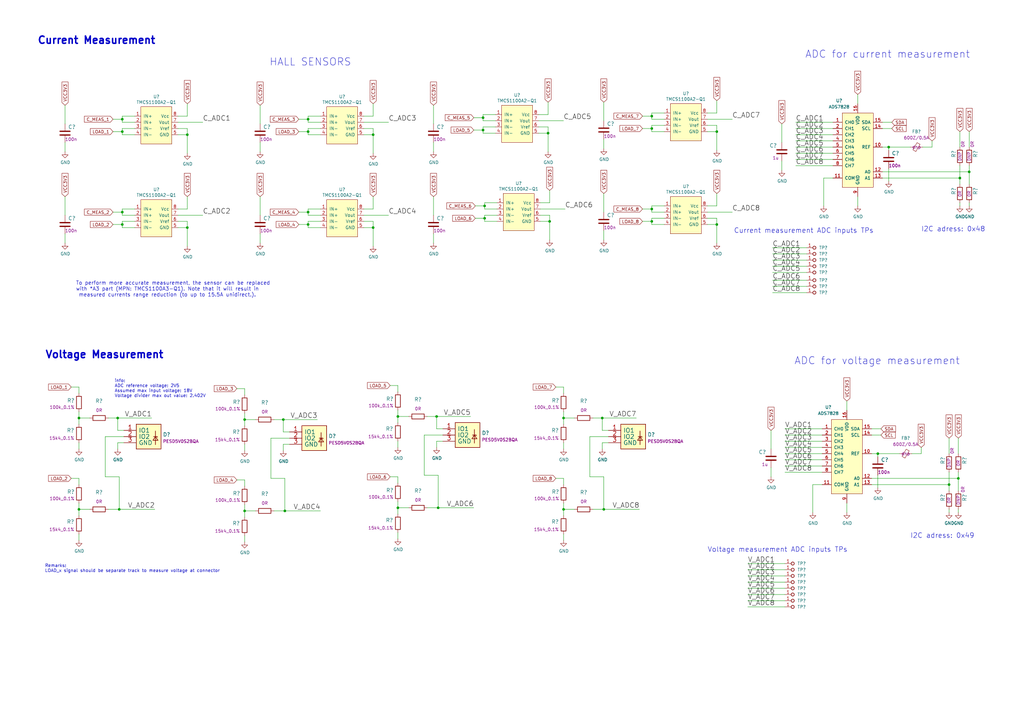
<source format=kicad_sch>
(kicad_sch (version 20211123) (generator eeschema)
  (paper "A3")
  (title_block (rev "1.0.0") (comment 1 "www.antmicro.com") (comment 2 "Antmicro Ltd."))
  (junction (at 76.835 93.345))
  (junction (at 48.895 208.915))
  (junction (at 76.835 55.245))
  (junction (at 267.335 85.725))
  (junction (at 294.005 53.975))
  (junction (at 225.425 90.805))
  (junction (at 267.335 90.805))
  (junction (at 393.065 196.215))
  (junction (at 163.195 170.815))
  (junction (at 100.33 172.085))
  (junction (at 267.335 52.705))
  (junction (at 481.965 52.705))
  (junction (at 116.84 209.55))
  (junction (at 267.335 47.625))
  (junction (at 198.12 53.34))
  (junction (at 247.015 171.45))
  (junction (at 32.385 171.45))
  (junction (at 231.14 208.915))
  (junction (at 198.755 84.455))
  (junction (at 116.205 172.085))
  (junction (at 364.49 60.325))
  (junction (at 153.035 55.245))
  (junction (at 153.035 93.345))
  (junction (at 508 66.675))
  (junction (at 389.255 198.755))
  (junction (at 50.165 48.895))
  (junction (at 393.7 73.025))
  (junction (at 32.385 208.915))
  (junction (at 100.33 209.55))
  (junction (at 126.365 48.895))
  (junction (at 294.005 92.075))
  (junction (at 224.79 54.61))
  (junction (at 397.51 70.485))
  (junction (at 231.14 171.45))
  (junction (at 198.12 48.26))
  (junction (at 179.07 170.815))
  (junction (at 126.365 86.995))
  (junction (at 50.165 92.075))
  (junction (at 179.705 208.28))
  (junction (at 360.045 186.055))
  (junction (at 126.365 92.075))
  (junction (at 126.365 53.975))
  (junction (at 247.65 208.915))
  (junction (at 48.26 171.45))
  (junction (at 50.165 53.975))
  (junction (at 504.19 69.215))
  (junction (at 50.165 86.995))
  (junction (at 163.195 208.28))
  (junction (at 198.755 89.535))
  (wire (pts (xy 100.33 219.71) (xy 100.33 222.25)))
  (wire (pts (xy 126.365 48.895) (xy 126.365 50.165)))
  (wire (pts (xy 55.245 90.805) (xy 50.165 90.805)))
  (wire (pts (xy 163.195 180.975) (xy 163.195 183.515)))
  (wire (pts (xy 393.065 179.705) (xy 393.065 186.055)))
  (wire (pts (xy 272.415 84.455) (xy 267.335 84.455)))
  (wire (pts (xy 316.865 120.015) (xy 330.835 120.015)))
  (wire (pts (xy 106.68 62.23) (xy 106.68 58.42)))
  (wire (pts (xy 476.25 48.895) (xy 472.44 48.895)))
  (wire (pts (xy 290.195 48.895) (xy 300.355 48.895)))
  (wire (pts (xy 26.67 43.18) (xy 26.67 50.8)))
  (wire (pts (xy 247.015 181.61) (xy 249.555 181.61)))
  (wire (pts (xy 50.165 85.725) (xy 50.165 86.995)))
  (wire (pts (xy 50.165 92.075) (xy 50.165 93.345)))
  (wire (pts (xy 365.76 52.705) (xy 361.95 52.705)))
  (wire (pts (xy 241.935 179.07) (xy 241.935 195.58)))
  (wire (pts (xy 397.51 67.945) (xy 397.51 70.485)))
  (wire (pts (xy 235.585 208.915) (xy 231.14 208.915)))
  (wire (pts (xy 481.965 52.705) (xy 488.95 52.705)))
  (wire (pts (xy 221.615 88.265) (xy 225.425 88.265)))
  (wire (pts (xy 294.005 53.975) (xy 290.195 53.975)))
  (wire (pts (xy 179.07 180.975) (xy 181.61 180.975)))
  (wire (pts (xy 393.7 67.945) (xy 393.7 73.025)))
  (wire (pts (xy 360.045 194.945) (xy 360.045 200.025)))
  (wire (pts (xy 179.07 183.515) (xy 179.07 180.975)))
  (wire (pts (xy 326.39 65.405) (xy 341.63 65.405)))
  (wire (pts (xy 508 71.755) (xy 508 66.675)))
  (wire (pts (xy 227.965 196.215) (xy 231.14 196.215)))
  (wire (pts (xy 494.03 52.705) (xy 499.745 52.705)))
  (wire (pts (xy 177.8 80.645) (xy 177.8 88.265)))
  (wire (pts (xy 100.33 159.385) (xy 100.33 161.925)))
  (wire (pts (xy 50.165 53.975) (xy 46.355 53.975)))
  (wire (pts (xy 181.61 178.435) (xy 173.99 178.435)))
  (wire (pts (xy 100.33 196.85) (xy 100.33 199.39)))
  (wire (pts (xy 153.035 90.805) (xy 153.035 93.345)))
  (wire (pts (xy 306.705 246.38) (xy 321.945 246.38)))
  (wire (pts (xy 104.775 209.55) (xy 100.33 209.55)))
  (wire (pts (xy 294.005 61.595) (xy 294.005 53.975)))
  (wire (pts (xy 126.365 52.705) (xy 126.365 53.975)))
  (wire (pts (xy 50.165 86.995) (xy 50.165 88.265)))
  (wire (pts (xy 126.365 85.725) (xy 126.365 86.995)))
  (wire (pts (xy 106.68 80.645) (xy 106.68 88.265)))
  (wire (pts (xy 198.12 48.26) (xy 194.31 48.26)))
  (wire (pts (xy 153.035 52.705) (xy 153.035 55.245)))
  (wire (pts (xy 97.155 159.385) (xy 100.33 159.385)))
  (wire (pts (xy 351.79 84.455) (xy 351.79 80.645)))
  (wire (pts (xy 55.245 52.705) (xy 50.165 52.705)))
  (wire (pts (xy 231.14 171.45) (xy 231.14 173.99)))
  (wire (pts (xy 50.165 93.345) (xy 55.245 93.345)))
  (wire (pts (xy 267.335 92.075) (xy 272.415 92.075)))
  (wire (pts (xy 48.895 195.58) (xy 48.895 208.915)))
  (wire (pts (xy 55.245 47.625) (xy 50.165 47.625)))
  (wire (pts (xy 167.64 208.28) (xy 163.195 208.28)))
  (wire (pts (xy 181.61 175.895) (xy 179.07 175.895)))
  (wire (pts (xy 472.44 66.675) (xy 508 66.675)))
  (wire (pts (xy 294.005 92.075) (xy 290.195 92.075)))
  (wire (pts (xy 116.205 172.085) (xy 112.395 172.085)))
  (wire (pts (xy 326.39 60.325) (xy 341.63 60.325)))
  (wire (pts (xy 267.335 86.995) (xy 272.415 86.995)))
  (wire (pts (xy 153.035 93.345) (xy 149.225 93.345)))
  (wire (pts (xy 50.165 48.895) (xy 50.165 50.165)))
  (wire (pts (xy 389.255 198.755) (xy 389.255 201.295)))
  (wire (pts (xy 320.675 50.8) (xy 320.675 58.42)))
  (wire (pts (xy 126.365 88.265) (xy 131.445 88.265)))
  (wire (pts (xy 326.39 67.945) (xy 341.63 67.945)))
  (wire (pts (xy 48.26 176.53) (xy 48.26 171.45)))
  (wire (pts (xy 48.26 184.15) (xy 48.26 181.61)))
  (wire (pts (xy 224.79 54.61) (xy 220.98 54.61)))
  (wire (pts (xy 198.755 89.535) (xy 198.755 90.805)))
  (wire (pts (xy 50.165 92.075) (xy 46.355 92.075)))
  (wire (pts (xy 177.8 95.885) (xy 177.8 99.695)))
  (wire (pts (xy 111.125 196.215) (xy 116.84 196.215)))
  (wire (pts (xy 76.835 47.625) (xy 73.025 47.625)))
  (wire (pts (xy 337.82 73.025) (xy 341.63 73.025)))
  (wire (pts (xy 306.705 238.76) (xy 321.945 238.76)))
  (wire (pts (xy 267.335 90.805) (xy 267.335 92.075)))
  (wire (pts (xy 50.165 53.975) (xy 50.165 55.245)))
  (wire (pts (xy 224.79 46.99) (xy 220.98 46.99)))
  (wire (pts (xy 50.165 52.705) (xy 50.165 53.975)))
  (wire (pts (xy 316.865 106.68) (xy 330.835 106.68)))
  (wire (pts (xy 231.14 196.215) (xy 231.14 198.755)))
  (wire (pts (xy 116.205 177.165) (xy 116.205 172.085)))
  (wire (pts (xy 48.895 208.915) (xy 63.5 208.915)))
  (wire (pts (xy 116.205 184.785) (xy 116.205 182.245)))
  (wire (pts (xy 393.065 208.915) (xy 393.065 210.185)))
  (wire (pts (xy 32.385 208.915) (xy 32.385 211.455)))
  (wire (pts (xy 361.95 73.025) (xy 393.7 73.025)))
  (wire (pts (xy 272.415 89.535) (xy 267.335 89.535)))
  (wire (pts (xy 306.705 243.84) (xy 321.945 243.84)))
  (wire (pts (xy 73.025 50.165) (xy 83.185 50.165)))
  (wire (pts (xy 316.23 176.53) (xy 316.23 184.15)))
  (wire (pts (xy 29.21 196.215) (xy 32.385 196.215)))
  (wire (pts (xy 360.045 187.325) (xy 360.045 186.055)))
  (wire (pts (xy 76.835 100.965) (xy 76.835 93.345)))
  (wire (pts (xy 272.415 46.355) (xy 267.335 46.355)))
  (wire (pts (xy 393.7 83.185) (xy 393.7 84.455)))
  (wire (pts (xy 306.705 241.3) (xy 321.945 241.3)))
  (wire (pts (xy 163.195 168.275) (xy 163.195 170.815)))
  (wire (pts (xy 224.79 52.07) (xy 224.79 54.61)))
  (wire (pts (xy 32.385 158.75) (xy 32.385 161.29)))
  (wire (pts (xy 198.12 49.53) (xy 203.2 49.53)))
  (wire (pts (xy 50.165 50.165) (xy 55.245 50.165)))
  (wire (pts (xy 475.615 59.055) (xy 475.615 52.705)))
  (wire (pts (xy 316.865 114.935) (xy 330.835 114.935)))
  (wire (pts (xy 393.065 201.295) (xy 393.065 196.215)))
  (wire (pts (xy 126.365 55.245) (xy 131.445 55.245)))
  (wire (pts (xy 126.365 48.895) (xy 122.555 48.895)))
  (wire (pts (xy 472.44 69.215) (xy 504.19 69.215)))
  (wire (pts (xy 475.615 52.705) (xy 481.965 52.705)))
  (wire (pts (xy 231.14 181.61) (xy 231.14 184.15)))
  (wire (pts (xy 50.8 179.07) (xy 43.18 179.07)))
  (wire (pts (xy 504.19 56.515) (xy 504.19 50.165)))
  (wire (pts (xy 247.015 184.15) (xy 247.015 181.61)))
  (wire (pts (xy 48.26 171.45) (xy 44.45 171.45)))
  (wire (pts (xy 76.835 93.345) (xy 73.025 93.345)))
  (wire (pts (xy 272.415 51.435) (xy 267.335 51.435)))
  (wire (pts (xy 32.385 196.215) (xy 32.385 198.755)))
  (wire (pts (xy 50.8 176.53) (xy 48.26 176.53)))
  (wire (pts (xy 267.335 84.455) (xy 267.335 85.725)))
  (wire (pts (xy 326.39 57.785) (xy 341.63 57.785)))
  (wire (pts (xy 247.015 176.53) (xy 247.015 171.45)))
  (wire (pts (xy 131.445 47.625) (xy 126.365 47.625)))
  (wire (pts (xy 397.51 83.185) (xy 397.51 84.455)))
  (wire (pts (xy 357.505 198.755) (xy 389.255 198.755)))
  (wire (pts (xy 290.195 86.995) (xy 300.355 86.995)))
  (wire (pts (xy 43.18 195.58) (xy 48.895 195.58)))
  (wire (pts (xy 294.005 51.435) (xy 294.005 53.975)))
  (wire (pts (xy 48.26 181.61) (xy 50.8 181.61)))
  (wire (pts (xy 131.445 90.805) (xy 126.365 90.805)))
  (wire (pts (xy 341.63 50.165) (xy 326.39 50.165)))
  (wire (pts (xy 50.165 47.625) (xy 50.165 48.895)))
  (wire (pts (xy 347.345 210.185) (xy 347.345 206.375)))
  (wire (pts (xy 32.385 219.075) (xy 32.385 221.615)))
  (wire (pts (xy 173.99 178.435) (xy 173.99 194.945)))
  (wire (pts (xy 321.945 186.055) (xy 337.185 186.055)))
  (wire (pts (xy 316.23 195.58) (xy 316.23 191.77)))
  (wire (pts (xy 163.195 218.44) (xy 163.195 220.98)))
  (wire (pts (xy 333.375 198.755) (xy 337.185 198.755)))
  (wire (pts (xy 220.98 52.07) (xy 224.79 52.07)))
  (wire (pts (xy 203.835 88.265) (xy 198.755 88.265)))
  (wire (pts (xy 294.005 84.455) (xy 290.195 84.455)))
  (wire (pts (xy 294.005 89.535) (xy 294.005 92.075)))
  (wire (pts (xy 198.755 84.455) (xy 194.945 84.455)))
  (wire (pts (xy 235.585 171.45) (xy 231.14 171.45)))
  (wire (pts (xy 126.365 50.165) (xy 131.445 50.165)))
  (wire (pts (xy 36.83 171.45) (xy 32.385 171.45)))
  (wire (pts (xy 504.19 64.135) (xy 504.19 69.215)))
  (wire (pts (xy 267.335 47.625) (xy 263.525 47.625)))
  (wire (pts (xy 249.555 179.07) (xy 241.935 179.07)))
  (wire (pts (xy 153.035 42.545) (xy 153.035 47.625)))
  (wire (pts (xy 351.79 42.545) (xy 351.79 38.735)))
  (wire (pts (xy 153.035 100.965) (xy 153.035 93.345)))
  (wire (pts (xy 321.945 231.14) (xy 306.705 231.14)))
  (wire (pts (xy 499.745 50.165) (xy 499.745 52.705)))
  (wire (pts (xy 364.49 69.215) (xy 364.49 74.295)))
  (wire (pts (xy 130.175 172.085) (xy 116.205 172.085)))
  (wire (pts (xy 361.315 178.435) (xy 357.505 178.435)))
  (wire (pts (xy 160.02 158.115) (xy 163.195 158.115)))
  (wire (pts (xy 294.005 41.275) (xy 294.005 46.355)))
  (wire (pts (xy 225.425 90.805) (xy 221.615 90.805)))
  (wire (pts (xy 153.035 55.245) (xy 149.225 55.245)))
  (wire (pts (xy 221.615 85.725) (xy 231.775 85.725)))
  (wire (pts (xy 100.33 172.085) (xy 100.33 174.625)))
  (wire (pts (xy 198.755 89.535) (xy 194.945 89.535)))
  (wire (pts (xy 320.675 69.85) (xy 320.675 66.04)))
  (wire (pts (xy 76.835 90.805) (xy 76.835 93.345)))
  (wire (pts (xy 231.14 168.91) (xy 231.14 171.45)))
  (wire (pts (xy 357.505 196.215) (xy 393.065 196.215)))
  (wire (pts (xy 294.005 79.375) (xy 294.005 84.455)))
  (wire (pts (xy 73.025 88.265) (xy 83.185 88.265)))
  (wire (pts (xy 50.165 86.995) (xy 46.355 86.995)))
  (wire (pts (xy 247.65 94.615) (xy 247.65 98.425)))
  (wire (pts (xy 203.2 52.07) (xy 198.12 52.07)))
  (wire (pts (xy 50.165 88.265) (xy 55.245 88.265)))
  (wire (pts (xy 76.835 42.545) (xy 76.835 47.625)))
  (wire (pts (xy 241.935 195.58) (xy 247.65 195.58)))
  (wire (pts (xy 397.51 75.565) (xy 397.51 70.485)))
  (wire (pts (xy 260.985 171.45) (xy 247.015 171.45)))
  (wire (pts (xy 177.8 43.18) (xy 177.8 50.8)))
  (wire (pts (xy 126.365 92.075) (xy 126.365 93.345)))
  (wire (pts (xy 316.865 109.22) (xy 330.835 109.22)))
  (wire (pts (xy 55.245 85.725) (xy 50.165 85.725)))
  (wire (pts (xy 326.39 62.865) (xy 341.63 62.865)))
  (wire (pts (xy 267.335 85.725) (xy 267.335 86.995)))
  (wire (pts (xy 333.375 210.185) (xy 333.375 198.755)))
  (wire (pts (xy 177.8 62.23) (xy 177.8 58.42)))
  (wire (pts (xy 267.335 52.705) (xy 267.335 53.975)))
  (wire (pts (xy 290.195 51.435) (xy 294.005 51.435)))
  (wire (pts (xy 118.745 179.705) (xy 111.125 179.705)))
  (wire (pts (xy 389.255 186.055) (xy 389.255 179.705)))
  (wire (pts (xy 472.44 59.055) (xy 475.615 59.055)))
  (wire (pts (xy 126.365 92.075) (xy 122.555 92.075)))
  (wire (pts (xy 508 50.165) (xy 508 56.515)))
  (wire (pts (xy 198.12 48.26) (xy 198.12 49.53)))
  (wire (pts (xy 198.12 53.34) (xy 194.31 53.34)))
  (wire (pts (xy 231.14 208.915) (xy 231.14 211.455)))
  (wire (pts (xy 153.035 80.645) (xy 153.035 85.725)))
  (wire (pts (xy 389.255 208.915) (xy 389.255 210.185)))
  (wire (pts (xy 267.335 51.435) (xy 267.335 52.705)))
  (wire (pts (xy 374.015 186.055) (xy 377.825 186.055)))
  (wire (pts (xy 321.945 188.595) (xy 337.185 188.595)))
  (wire (pts (xy 193.04 170.815) (xy 179.07 170.815)))
  (wire (pts (xy 44.45 208.915) (xy 48.895 208.915)))
  (wire (pts (xy 231.14 219.075) (xy 231.14 221.615)))
  (wire (pts (xy 249.555 176.53) (xy 247.015 176.53)))
  (wire (pts (xy 198.755 85.725) (xy 203.835 85.725)))
  (wire (pts (xy 76.835 52.705) (xy 76.835 55.245)))
  (wire (pts (xy 126.365 90.805) (xy 126.365 92.075)))
  (wire (pts (xy 173.99 194.945) (xy 179.705 194.945)))
  (wire (pts (xy 267.335 89.535) (xy 267.335 90.805)))
  (wire (pts (xy 32.385 181.61) (xy 32.385 184.15)))
  (wire (pts (xy 378.46 60.325) (xy 382.27 60.325)))
  (wire (pts (xy 504.19 69.215) (xy 504.19 71.755)))
  (wire (pts (xy 247.015 171.45) (xy 243.205 171.45)))
  (wire (pts (xy 360.045 186.055) (xy 368.935 186.055)))
  (wire (pts (xy 126.365 53.975) (xy 126.365 55.245)))
  (wire (pts (xy 225.425 88.265) (xy 225.425 90.805)))
  (wire (pts (xy 341.63 52.705) (xy 326.39 52.705)))
  (wire (pts (xy 247.65 208.915) (xy 262.255 208.915)))
  (wire (pts (xy 149.225 50.165) (xy 159.385 50.165)))
  (wire (pts (xy 26.67 95.885) (xy 26.67 99.695)))
  (wire (pts (xy 62.23 171.45) (xy 48.26 171.45)))
  (wire (pts (xy 26.67 62.23) (xy 26.67 58.42)))
  (wire (pts (xy 316.865 117.475) (xy 330.835 117.475)))
  (wire (pts (xy 73.025 52.705) (xy 76.835 52.705)))
  (wire (pts (xy 198.12 53.34) (xy 198.12 54.61)))
  (wire (pts (xy 29.21 158.75) (xy 32.385 158.75)))
  (wire (pts (xy 149.225 52.705) (xy 153.035 52.705)))
  (wire (pts (xy 224.79 62.23) (xy 224.79 54.61)))
  (wire (pts (xy 50.165 90.805) (xy 50.165 92.075)))
  (wire (pts (xy 267.335 53.975) (xy 272.415 53.975)))
  (wire (pts (xy 267.335 90.805) (xy 263.525 90.805)))
  (wire (pts (xy 198.12 52.07) (xy 198.12 53.34)))
  (wire (pts (xy 43.18 179.07) (xy 43.18 195.58)))
  (wire (pts (xy 481.965 61.595) (xy 481.965 62.865)))
  (wire (pts (xy 100.33 169.545) (xy 100.33 172.085)))
  (wire (pts (xy 316.865 111.76) (xy 330.835 111.76)))
  (wire (pts (xy 294.005 99.695) (xy 294.005 92.075)))
  (wire (pts (xy 106.68 43.18) (xy 106.68 50.8)))
  (wire (pts (xy 163.195 205.74) (xy 163.195 208.28)))
  (wire (pts (xy 225.425 78.105) (xy 225.425 83.185)))
  (wire (pts (xy 198.755 90.805) (xy 203.835 90.805)))
  (wire (pts (xy 126.365 93.345) (xy 131.445 93.345)))
  (wire (pts (xy 389.255 193.675) (xy 389.255 198.755)))
  (wire (pts (xy 382.27 57.785) (xy 382.27 60.325)))
  (wire (pts (xy 179.705 194.945) (xy 179.705 208.28)))
  (wire (pts (xy 247.65 41.91) (xy 247.65 49.53)))
  (wire (pts (xy 243.205 208.915) (xy 247.65 208.915)))
  (wire (pts (xy 267.335 48.895) (xy 272.415 48.895)))
  (wire (pts (xy 504.19 79.375) (xy 504.19 80.645)))
  (wire (pts (xy 126.365 86.995) (xy 126.365 88.265)))
  (wire (pts (xy 111.125 179.705) (xy 111.125 196.215)))
  (wire (pts (xy 267.335 52.705) (xy 263.525 52.705)))
  (wire (pts (xy 393.7 60.325) (xy 393.7 53.975)))
  (wire (pts (xy 198.755 84.455) (xy 198.755 85.725)))
  (wire (pts (xy 179.07 170.815) (xy 175.26 170.815)))
  (wire (pts (xy 294.005 46.355) (xy 290.195 46.355)))
  (wire (pts (xy 163.195 158.115) (xy 163.195 160.655)))
  (wire (pts (xy 153.035 62.865) (xy 153.035 55.245)))
  (wire (pts (xy 160.02 195.58) (xy 163.195 195.58)))
  (wire (pts (xy 306.705 248.92) (xy 321.945 248.92)))
  (wire (pts (xy 321.945 233.68) (xy 306.705 233.68)))
  (wire (pts (xy 100.33 182.245) (xy 100.33 184.785)))
  (wire (pts (xy 267.335 47.625) (xy 267.335 48.895)))
  (wire (pts (xy 337.185 178.435) (xy 321.945 178.435)))
  (wire (pts (xy 106.68 95.885) (xy 106.68 99.695)))
  (wire (pts (xy 247.65 195.58) (xy 247.65 208.915)))
  (wire (pts (xy 360.045 186.055) (xy 357.505 186.055)))
  (wire (pts (xy 76.835 62.865) (xy 76.835 55.245)))
  (wire (pts (xy 116.205 182.245) (xy 118.745 182.245)))
  (wire (pts (xy 73.025 90.805) (xy 76.835 90.805)))
  (wire (pts (xy 100.33 207.01) (xy 100.33 209.55)))
  (wire (pts (xy 365.76 50.165) (xy 361.95 50.165)))
  (wire (pts (xy 316.865 104.14) (xy 330.835 104.14)))
  (wire (pts (xy 337.82 84.455) (xy 337.82 73.025)))
  (wire (pts (xy 231.14 158.75) (xy 231.14 161.29)))
  (wire (pts (xy 116.84 209.55) (xy 131.445 209.55)))
  (wire (pts (xy 476.25 46.355) (xy 472.44 46.355)))
  (wire (pts (xy 32.385 206.375) (xy 32.385 208.915)))
  (wire (pts (xy 347.345 168.275) (xy 347.345 164.465)))
  (wire (pts (xy 306.705 236.22) (xy 321.945 236.22)))
  (wire (pts (xy 163.195 170.815) (xy 163.195 173.355)))
  (wire (pts (xy 198.755 83.185) (xy 198.755 84.455)))
  (wire (pts (xy 481.965 53.975) (xy 481.965 52.705)))
  (wire (pts (xy 26.67 80.645) (xy 26.67 88.265)))
  (wire (pts (xy 50.165 48.895) (xy 46.355 48.895)))
  (wire (pts (xy 179.07 175.895) (xy 179.07 170.815)))
  (wire (pts (xy 203.2 46.99) (xy 198.12 46.99)))
  (wire (pts (xy 179.705 208.28) (xy 194.31 208.28)))
  (wire (pts (xy 131.445 85.725) (xy 126.365 85.725)))
  (wire (pts (xy 32.385 171.45) (xy 32.385 173.99)))
  (wire (pts (xy 203.835 83.185) (xy 198.755 83.185)))
  (wire (pts (xy 149.225 90.805) (xy 153.035 90.805)))
  (wire (pts (xy 167.64 170.815) (xy 163.195 170.815)))
  (wire (pts (xy 224.79 41.91) (xy 224.79 46.99)))
  (wire (pts (xy 290.195 89.535) (xy 294.005 89.535)))
  (wire (pts (xy 330.835 101.6) (xy 316.865 101.6)))
  (wire (pts (xy 131.445 52.705) (xy 126.365 52.705)))
  (wire (pts (xy 321.945 191.135) (xy 337.185 191.135)))
  (wire (pts (xy 32.385 168.91) (xy 32.385 171.45)))
  (wire (pts (xy 508 79.375) (xy 508 80.645)))
  (wire (pts (xy 126.365 86.995) (xy 122.555 86.995)))
  (wire (pts (xy 361.95 70.485) (xy 397.51 70.485)))
  (wire (pts (xy 220.98 49.53) (xy 231.14 49.53)))
  (wire (pts (xy 377.825 183.515) (xy 377.825 186.055)))
  (wire (pts (xy 225.425 83.185) (xy 221.615 83.185)))
  (wire (pts (xy 126.365 47.625) (xy 126.365 48.895)))
  (wire (pts (xy 163.195 195.58) (xy 163.195 198.12)))
  (wire (pts (xy 112.395 209.55) (xy 116.84 209.55)))
  (wire (pts (xy 231.14 206.375) (xy 231.14 208.915)))
  (wire (pts (xy 247.65 60.96) (xy 247.65 57.15)))
  (wire (pts (xy 198.12 46.99) (xy 198.12 48.26)))
  (wire (pts (xy 153.035 85.725) (xy 149.225 85.725)))
  (wire (pts (xy 104.775 172.085) (xy 100.33 172.085)))
  (wire (pts (xy 175.26 208.28) (xy 179.705 208.28)))
  (wire (pts (xy 361.315 175.895) (xy 357.505 175.895)))
  (wire (pts (xy 393.065 193.675) (xy 393.065 196.215)))
  (wire (pts (xy 149.225 88.265) (xy 159.385 88.265)))
  (wire (pts (xy 76.835 55.245) (xy 73.025 55.245)))
  (wire (pts (xy 198.755 88.265) (xy 198.755 89.535)))
  (wire (pts (xy 397.51 53.975) (xy 397.51 60.325)))
  (wire (pts (xy 321.945 180.975) (xy 337.185 180.975)))
  (wire (pts (xy 326.39 55.245) (xy 341.63 55.245)))
  (wire (pts (xy 50.165 55.245) (xy 55.245 55.245)))
  (wire (pts (xy 267.335 85.725) (xy 263.525 85.725)))
  (wire (pts (xy 126.365 53.975) (xy 122.555 53.975)))
  (wire (pts (xy 227.965 158.75) (xy 231.14 158.75)))
  (wire (pts (xy 163.195 208.28) (xy 163.195 210.82)))
  (wire (pts (xy 36.83 208.915) (xy 32.385 208.915)))
  (wire (pts (xy 508 64.135) (xy 508 66.675)))
  (wire (pts (xy 267.335 46.355) (xy 267.335 47.625)))
  (wire (pts (xy 76.835 80.645) (xy 76.835 85.725)))
  (wire (pts (xy 364.49 61.595) (xy 364.49 60.325)))
  (wire (pts (xy 364.49 60.325) (xy 361.95 60.325)))
  (wire (pts (xy 118.745 177.165) (xy 116.205 177.165)))
  (wire (pts (xy 97.155 196.85) (xy 100.33 196.85)))
  (wire (pts (xy 337.185 175.895) (xy 321.945 175.895)))
  (wire (pts (xy 225.425 98.425) (xy 225.425 90.805)))
  (wire (pts (xy 321.945 183.515) (xy 337.185 183.515)))
  (wire (pts (xy 153.035 47.625) (xy 149.225 47.625)))
  (wire (pts (xy 100.33 209.55) (xy 100.33 212.09)))
  (wire (pts (xy 393.7 73.025) (xy 393.7 75.565)))
  (wire (pts (xy 116.84 196.215) (xy 116.84 209.55)))
  (wire (pts (xy 198.12 54.61) (xy 203.2 54.61)))
  (wire (pts (xy 364.49 60.325) (xy 373.38 60.325)))
  (wire (pts (xy 76.835 85.725) (xy 73.025 85.725)))
  (wire (pts (xy 247.65 79.375) (xy 247.65 86.995)))
  (wire (pts (xy 321.945 193.675) (xy 337.185 193.675)))
  (text "ADC for current measurement" (at 330.2 24.13 0) (effects (font (size 2.9972 2.9972)) (justify left bottom)))
  (text "Voltage measurement ADC inputs TPs" (at 290.195 226.695 0) (effects (font (size 2.0066 2.0066)) (justify left bottom)))
  (text "I2C adress: 0x48" (at 377.825 95.25 0) (effects (font (size 2.0066 2.0066)) (justify left bottom)))
  (text "info:\nADC reference voltage: 2V5\nAssumed max input voltage: 18V\nVoltage divider max out value: 2.402V" (at 46.99 163.195 0) (effects (font (size 1.27 1.27)) (justify left bottom)))
  (text "Voltage Measurement" (at 18.415 147.32 0) (effects (font (size 2.9972 2.9972) (thickness 0.5994) bold) (justify left bottom)))
  (text "Current Measurement" (at 15.24 18.415 0) (effects (font (size 2.9972 2.9972) (thickness 0.5994) bold) (justify left bottom)))
  (text "HALL SENSORS" (at 110.49 27.305 0) (effects (font (size 2.9972 2.9972)) (justify left bottom)))
  (text "I2C adress: 0x49\n" (at 373.38 220.98 0) (effects (font (size 2.0066 2.0066)) (justify left bottom)))
  (text "Remarks:\nLOAD_x signal should be separate track to measure voltage at connector" (at 18.415 234.95 0) (effects (font (size 1.27 1.27)) (justify left bottom)))
  (text "Current measurement ADC inputs TPs" (at 300.99 95.885 0) (effects (font (size 2.0066 2.0066)) (justify left bottom)))
  (text "ADC for voltage measurement" (at 325.755 149.86 0) (effects (font (size 2.9972 2.9972)) (justify left bottom)))
  (text "To perform more accurate measurement, the sensor can be replaced\nwith *A3 part (MPN: TMCS1100A3-Q1). Note that it will result in\n measured currents range reduction (to up to 15.5A unidirect.)." (at 31.115 121.92 0) (effects (font (size 1.4986 1.4986)) (justify left bottom)))
  (label "C_ADC5" (at 326.39 60.325 0) (effects (font (size 2.0066 2.0066))))
  (label "V_ADC6" (at 194.31 208.28 180) (effects (font (size 2.0066 2.0066))))
  (label "V_ADC6" (at 306.705 243.84 0) (effects (font (size 2.0066 2.0066))))
  (label "C_ADC2" (at 316.865 104.14 0) (effects (font (size 2.0066 2.0066))))
  (label "V_ADC3" (at 306.705 236.22 0) (effects (font (size 2.0066 2.0066))))
  (label "C_ADC3" (at 316.865 106.68 0) (effects (font (size 2.0066 2.0066))))
  (label "V_ADC8" (at 262.255 208.915 180) (effects (font (size 2.0066 2.0066))))
  (label "C_ADC1" (at 83.185 50.165 0) (effects (font (size 2.0066 2.0066))))
  (label "C_ADC4" (at 159.385 88.265 0) (effects (font (size 2.0066 2.0066))))
  (label "V_ADC4" (at 321.945 183.515 0) (effects (font (size 2.0066 2.0066))))
  (label "V_ADC3" (at 321.945 180.975 0) (effects (font (size 2.0066 2.0066))))
  (label "V_ADC1" (at 62.23 171.45 180) (effects (font (size 2.0066 2.0066))))
  (label "C_ADC1" (at 316.865 101.6 0) (effects (font (size 2.0066 2.0066))))
  (label "C_ADC8" (at 300.355 86.995 0) (effects (font (size 2.0066 2.0066))))
  (label "V_ADC2" (at 63.5 208.915 180) (effects (font (size 2.0066 2.0066))))
  (label "C_ADC6" (at 316.865 114.935 0) (effects (font (size 2.0066 2.0066))))
  (label "C_ADC5" (at 231.14 49.53 0) (effects (font (size 2.0066 2.0066))))
  (label "V_ADC2" (at 306.705 233.68 0) (effects (font (size 2.0066 2.0066))))
  (label "C_ADC6" (at 231.775 85.725 0) (effects (font (size 2.0066 2.0066))))
  (label "C_ADC4" (at 326.39 57.785 0) (effects (font (size 2.0066 2.0066))))
  (label "C_ADC3" (at 326.39 55.245 0) (effects (font (size 2.0066 2.0066))))
  (label "C_ADC5" (at 316.865 111.76 0) (effects (font (size 2.0066 2.0066))))
  (label "C_ADC2" (at 326.39 52.705 0) (effects (font (size 2.0066 2.0066))))
  (label "V_ADC6" (at 321.945 188.595 0) (effects (font (size 2.0066 2.0066))))
  (label "C_ADC3" (at 159.385 50.165 0) (effects (font (size 2.0066 2.0066))))
  (label "V_ADC5" (at 193.04 170.815 180) (effects (font (size 2.0066 2.0066))))
  (label "C_ADC7" (at 316.865 117.475 0) (effects (font (size 2.0066 2.0066))))
  (label "C_ADC7" (at 326.39 65.405 0) (effects (font (size 2.0066 2.0066))))
  (label "V_ADC5" (at 306.705 241.3 0) (effects (font (size 2.0066 2.0066))))
  (label "V_ADC3" (at 130.175 172.085 180) (effects (font (size 2.0066 2.0066))))
  (label "V_ADC7" (at 306.705 246.38 0) (effects (font (size 2.0066 2.0066))))
  (label "V_ADC2" (at 321.945 178.435 0) (effects (font (size 2.0066 2.0066))))
  (label "C_ADC1" (at 326.39 50.165 0) (effects (font (size 2.0066 2.0066))))
  (label "C_ADC6" (at 326.39 62.865 0) (effects (font (size 2.0066 2.0066))))
  (label "V_ADC1" (at 321.945 175.895 0) (effects (font (size 2.0066 2.0066))))
  (label "C_ADC8" (at 326.39 67.945 0) (effects (font (size 2.0066 2.0066))))
  (label "V_ADC8" (at 321.945 193.675 0) (effects (font (size 2.0066 2.0066))))
  (label "V_ADC1" (at 306.705 231.14 0) (effects (font (size 2.0066 2.0066))))
  (label "C_ADC4" (at 316.865 109.22 0) (effects (font (size 2.0066 2.0066))))
  (label "V_ADC8" (at 306.705 248.92 0) (effects (font (size 2.0066 2.0066))))
  (label "C_ADC7" (at 300.355 48.895 0) (effects (font (size 2.0066 2.0066))))
  (label "V_ADC4" (at 131.445 209.55 180) (effects (font (size 2.0066 2.0066))))
  (label "V_ADC7" (at 260.985 171.45 180) (effects (font (size 2.0066 2.0066))))
  (label "V_ADC7" (at 321.945 191.135 0) (effects (font (size 2.0066 2.0066))))
  (label "C_ADC8" (at 316.865 120.015 0) (effects (font (size 2.0066 2.0066))))
  (label "V_ADC4" (at 306.705 238.76 0) (effects (font (size 2.0066 2.0066))))
  (label "V_ADC5" (at 321.945 186.055 0) (effects (font (size 2.0066 2.0066))))
  (label "C_ADC2" (at 83.185 88.265 0) (effects (font (size 2.0066 2.0066))))
  (global_label "LOAD_1" (shape input) (at 46.355 53.975 180) (property "Intersheet References" "${INTERSHEET_REFS}" (effects hide)))
  (global_label "VCC3V3" (shape input) (at 26.67 43.18 90) (property "Intersheet References" "${INTERSHEET_REFS}" (effects hide)))
  (global_label "VCC3V3" (shape input) (at 508 50.165 90) (property "Intersheet References" "${INTERSHEET_REFS}" (effects hide)))
  (global_label "VCC3V3" (shape input) (at 351.79 38.735 90) (property "Intersheet References" "${INTERSHEET_REFS}" (effects hide)))
  (global_label "C_MEAS_2" (shape input) (at 46.355 86.995 180) (property "Intersheet References" "${INTERSHEET_REFS}" (effects hide)))
  (global_label "VCC3V3" (shape input) (at 347.345 164.465 90) (property "Intersheet References" "${INTERSHEET_REFS}" (effects hide)))
  (global_label "VCC3V3" (shape input) (at 153.035 42.545 90) (property "Intersheet References" "${INTERSHEET_REFS}" (effects hide)))
  (global_label "LOAD_1" (shape input) (at 29.21 158.75 180) (property "Intersheet References" "${INTERSHEET_REFS}" (effects hide)))
  (global_label "VCC3V3" (shape input) (at 153.035 80.645 90) (property "Intersheet References" "${INTERSHEET_REFS}" (effects hide)))
  (global_label "VCC3V3" (shape input) (at 224.79 41.91 90) (property "Intersheet References" "${INTERSHEET_REFS}" (effects hide)))
  (global_label "VCC3V3" (shape input) (at 106.68 43.18 90) (property "Intersheet References" "${INTERSHEET_REFS}" (effects hide)))
  (global_label "VCC3V3" (shape input) (at 389.255 179.705 90) (property "Intersheet References" "${INTERSHEET_REFS}" (effects hide)))
  (global_label "VCC3V3" (shape input) (at 316.23 176.53 90) (property "Intersheet References" "${INTERSHEET_REFS}" (effects hide)))
  (global_label "LOAD_3" (shape input) (at 122.555 53.975 180) (property "Intersheet References" "${INTERSHEET_REFS}" (effects hide)))
  (global_label "VCC3V3" (shape input) (at 76.835 42.545 90) (property "Intersheet References" "${INTERSHEET_REFS}" (effects hide)))
  (global_label "LOAD_5" (shape input) (at 194.31 53.34 180) (property "Intersheet References" "${INTERSHEET_REFS}" (effects hide)))
  (global_label "SDA" (shape input) (at 365.76 50.165 0) (property "Intersheet References" "${INTERSHEET_REFS}" (effects hide)))
  (global_label "LOAD_7" (shape input) (at 227.965 158.75 180) (property "Intersheet References" "${INTERSHEET_REFS}" (effects hide)))
  (global_label "VCC3V3" (shape input) (at 393.7 53.975 90) (property "Intersheet References" "${INTERSHEET_REFS}" (effects hide)))
  (global_label "VCC3V3" (shape input) (at 393.065 179.705 90) (property "Intersheet References" "${INTERSHEET_REFS}" (effects hide)))
  (global_label "VCC3V3" (shape input) (at 382.27 57.785 90) (property "Intersheet References" "${INTERSHEET_REFS}" (effects hide)))
  (global_label "C_MEAS_6" (shape input) (at 194.945 84.455 180) (property "Intersheet References" "${INTERSHEET_REFS}" (effects hide)))
  (global_label "VCC3V3" (shape input) (at 177.8 43.18 90) (property "Intersheet References" "${INTERSHEET_REFS}" (effects hide)))
  (global_label "VCC3V3" (shape input) (at 26.67 80.645 90) (property "Intersheet References" "${INTERSHEET_REFS}" (effects hide)))
  (global_label "LOAD_5" (shape input) (at 160.02 158.115 180) (property "Intersheet References" "${INTERSHEET_REFS}" (effects hide)))
  (global_label "LOAD_2" (shape input) (at 46.355 92.075 180) (property "Intersheet References" "${INTERSHEET_REFS}" (effects hide)))
  (global_label "VCC3V3" (shape input) (at 294.005 41.275 90) (property "Intersheet References" "${INTERSHEET_REFS}" (effects hide)))
  (global_label "LOAD_4" (shape input) (at 122.555 92.075 180) (property "Intersheet References" "${INTERSHEET_REFS}" (effects hide)))
  (global_label "VCC3V3" (shape input) (at 247.65 79.375 90) (property "Intersheet References" "${INTERSHEET_REFS}" (effects hide)))
  (global_label "VCC3V3" (shape input) (at 294.005 79.375 90) (property "Intersheet References" "${INTERSHEET_REFS}" (effects hide)))
  (global_label "VCC3V3" (shape input) (at 397.51 53.975 90) (property "Intersheet References" "${INTERSHEET_REFS}" (effects hide)))
  (global_label "LOAD_4" (shape input) (at 97.155 196.85 180) (property "Intersheet References" "${INTERSHEET_REFS}" (effects hide)))
  (global_label "LOAD_6" (shape input) (at 160.02 195.58 180) (property "Intersheet References" "${INTERSHEET_REFS}" (effects hide)))
  (global_label "LOAD_7" (shape input) (at 263.525 52.705 180) (property "Intersheet References" "${INTERSHEET_REFS}" (effects hide)))
  (global_label "LOAD_3" (shape input) (at 97.155 159.385 180) (property "Intersheet References" "${INTERSHEET_REFS}" (effects hide)))
  (global_label "C_MEAS_7" (shape input) (at 263.525 47.625 180) (property "Intersheet References" "${INTERSHEET_REFS}" (effects hide)))
  (global_label "LOAD_8" (shape input) (at 227.965 196.215 180) (property "Intersheet References" "${INTERSHEET_REFS}" (effects hide)))
  (global_label "SCL" (shape input) (at 476.25 48.895 0) (property "Intersheet References" "${INTERSHEET_REFS}" (effects hide)))
  (global_label "C_MEAS_5" (shape input) (at 194.31 48.26 180) (property "Intersheet References" "${INTERSHEET_REFS}" (effects hide)))
  (global_label "VCC3V3" (shape input) (at 320.675 50.8 90) (property "Intersheet References" "${INTERSHEET_REFS}" (effects hide)))
  (global_label "VCC3V3" (shape input) (at 377.825 183.515 90) (property "Intersheet References" "${INTERSHEET_REFS}" (effects hide)))
  (global_label "C_MEAS_1" (shape input) (at 46.355 48.895 180) (property "Intersheet References" "${INTERSHEET_REFS}" (effects hide)))
  (global_label "LOAD_6" (shape input) (at 194.945 89.535 180) (property "Intersheet References" "${INTERSHEET_REFS}" (effects hide)))
  (global_label "SCL" (shape input) (at 365.76 52.705 0) (property "Intersheet References" "${INTERSHEET_REFS}" (effects hide)))
  (global_label "VCC3V3" (shape input) (at 504.19 50.165 90) (property "Intersheet References" "${INTERSHEET_REFS}" (effects hide)))
  (global_label "C_MEAS_3" (shape input) (at 122.555 48.895 180) (property "Intersheet References" "${INTERSHEET_REFS}" (effects hide)))
  (global_label "VCC3V3" (shape input) (at 177.8 80.645 90) (property "Intersheet References" "${INTERSHEET_REFS}" (effects hide)))
  (global_label "VCC3V3" (shape input) (at 76.835 80.645 90) (property "Intersheet References" "${INTERSHEET_REFS}" (effects hide)))
  (global_label "LOAD_2" (shape input) (at 29.21 196.215 180) (property "Intersheet References" "${INTERSHEET_REFS}" (effects hide)))
  (global_label "VCC3V3" (shape input) (at 247.65 41.91 90) (property "Intersheet References" "${INTERSHEET_REFS}" (effects hide)))
  (global_label "LOAD_8" (shape input) (at 263.525 90.805 180) (property "Intersheet References" "${INTERSHEET_REFS}" (effects hide)))
  (global_label "SDA" (shape input) (at 476.25 46.355 0) (property "Intersheet References" "${INTERSHEET_REFS}" (effects hide)))
  (global_label "C_MEAS_8" (shape input) (at 263.525 85.725 180) (property "Intersheet References" "${INTERSHEET_REFS}" (effects hide)))
  (global_label "SDA" (shape input) (at 361.315 175.895 0) (property "Intersheet References" "${INTERSHEET_REFS}" (effects hide)))
  (global_label "VCC3V3" (shape input) (at 106.68 80.645 90) (property "Intersheet References" "${INTERSHEET_REFS}" (effects hide)))
  (global_label "C_MEAS_4" (shape input) (at 122.555 86.995 180) (property "Intersheet References" "${INTERSHEET_REFS}" (effects hide)))
  (global_label "SCL" (shape input) (at 361.315 178.435 0) (property "Intersheet References" "${INTERSHEET_REFS}" (effects hide)))
  (global_label "VCC3V3" (shape input) (at 499.745 50.165 90) (property "Intersheet References" "${INTERSHEET_REFS}" (effects hide)))
  (global_label "VCC3V3" (shape input) (at 225.425 78.105 90) (property "Intersheet References" "${INTERSHEET_REFS}" (effects hide)))
  (symbol (lib_id "antmicroResistors0402:R_15k4_0.1%_0402") (at 32.385 177.8 270) (unit 1)
    (property "Reference" "R?" (at 30.48 176.5301 90) (effects (font (size 1.524 1.524)) (justify right)))
    (property "Value" "R_15k4_0.1%_0402" (effects hide))
    (property "Footprint" "antmicro-footprints:0402-res" (effects hide))
    (property "Datasheet" "https://www.mouser.pl/datasheet/2/315/AOA0000C307-1149632.pdf" (effects hide))
    (property "Manufacturer" "Panasonic" (effects hide))
    (property "MPN" "ERA-2AEB1542X" (effects hide))
    (property "Val" "15k4_0.1%" (at 30.48 179.705 90) (effects (justify right)))
  )
  (symbol (lib_id "gpu-cluster-backplane:TMCS1100A2-Q1") (at 212.09 50.8 0) (unit 1)
    (property "Reference" "U?" (at 212.09 38.989 0))
    (property "Value" "TMCS1100A2-Q1" (at 212.09 41.3004 0))
    (property "Footprint" "gpu-cluster-backplane-footprints:SOIC-8_W3.9mm" (effects hide))
    (property "Datasheet" "https://www.ti.com/lit/ds/symlink/tmcs1100-q1.pdf?ts=1647195769204&ref_url=https%253A%252F%252Fwww.mouser.de%252F" (effects hide))
    (property "MPN" "TMCS1100A2QDRQ1" (effects hide))
    (property "Manufacturer" "Texas Instruments" (effects hide))
  )
  (symbol (lib_id "antmicropower:GND") (at 364.49 74.295 0) (unit 1)
    (property "Reference" "#PWR?" (effects hide))
    (property "Value" "GND" (at 364.617 78.6892 0))
  )
  (symbol (lib_id "antmicropower:GND") (at 163.195 220.98 0) (unit 1)
    (property "Reference" "#PWR?" (effects hide))
    (property "Value" "GND" (at 163.322 225.3742 0))
  )
  (symbol (lib_id "antmicropower:GND") (at 153.035 62.865 0) (unit 1)
    (property "Reference" "#PWR?" (effects hide))
    (property "Value" "GND" (at 153.162 67.2592 0))
  )
  (symbol (lib_id "antmicroResistors0402:R_0R_0402") (at 40.64 171.45 0) (unit 1)
    (property "Reference" "R?" (at 40.64 164.465 0) (effects (font (size 1.524 1.524))))
    (property "Value" "R_0R_0402" (effects hide))
    (property "Footprint" "antmicro-footprints:R_0402_1005Metric" (effects hide))
    (property "Manufacturer" "PANASONIC" (effects hide))
    (property "MPN" "ERJ2GE0R00X" (effects hide))
    (property "Val" "0R" (at 40.64 168.275 0))
  )
  (symbol (lib_id "antmicroCapacitors0402:C_100n_0402") (at 106.68 92.075 0) (unit 1)
    (property "Reference" "C?" (at 107.95 89.535 0) (effects (font (size 1.524 1.524)) (justify left)))
    (property "Value" "C_100n_0402" (effects hide))
    (property "Footprint" "antmicro-footprints:C_0402_1005Metric" (effects hide))
    (property "Manufacturer" "Murata" (effects hide))
    (property "MPN" "GRM155R61H104KE14D" (effects hide))
    (property "Val" "100n" (at 106.68 94.615 0) (effects (justify left)))
  )
  (symbol (lib_id "antmicropower:GND") (at 389.255 210.185 0) (unit 1)
    (property "Reference" "#PWR?" (effects hide))
    (property "Value" "GND" (at 389.382 214.5792 0))
  )
  (symbol (lib_id "antmicroTVSDiodes:PESD5V0S2BQA") (at 55.88 176.53 0) (unit 1)
    (property "Reference" "D?" (at 66.802 178.2354 0) (effects (font (size 1.524 1.524)) (justify left)))
    (property "Value" "PESD5V0S2BQA" (effects hide))
    (property "Footprint" "antmicro-footprints:TPD2E009DRTR" (effects hide))
    (property "MPN" "PESD5V0S2BQA" (at 66.802 181.0005 0) (effects (justify left)))
    (property "Manufacturer" "Nexperia" (effects hide))
  )
  (symbol (lib_id "antmicropower:GND") (at 247.65 98.425 0) (unit 1)
    (property "Reference" "#PWR?" (effects hide))
    (property "Value" "GND" (at 247.777 102.8192 0))
  )
  (symbol (lib_id "gpu-cluster-backplane:TMCS1100A2-Q1") (at 140.335 89.535 0) (unit 1)
    (property "Reference" "U?" (at 140.335 77.724 0))
    (property "Value" "TMCS1100A2-Q1" (at 140.335 80.0354 0))
    (property "Footprint" "gpu-cluster-backplane-footprints:SOIC-8_W3.9mm" (effects hide))
    (property "Datasheet" "https://www.ti.com/lit/ds/symlink/tmcs1100-q1.pdf?ts=1647195769204&ref_url=https%253A%252F%252Fwww.mouser.de%252F" (effects hide))
    (property "MPN" "TMCS1100A2QDRQ1" (effects hide))
    (property "Manufacturer" "Texas Instruments" (effects hide))
  )
  (symbol (lib_id "antmicroTestPoints:TP_1mm_SMD") (at 321.945 233.68 0) (unit 1)
    (property "Reference" "TP?" (at 327.025 233.6799 0) (effects (justify left)))
    (property "Value" "TP_1mm_SMD" (effects hide))
    (property "Footprint" "antmicro-footprints:TP_SMD_1mm" (effects hide))
    (property "Author" "Antmicro" (effects hide))
    (property "License" "Apache-2.0" (effects hide))
  )
  (symbol (lib_id "antmicropower:GND") (at 32.385 221.615 0) (unit 1)
    (property "Reference" "#PWR?" (effects hide))
    (property "Value" "GND" (at 32.512 226.0092 0))
  )
  (symbol (lib_id "antmicroResistors0402:R_0R_0402") (at 508 75.565 270) (unit 1)
    (property "Reference" "R?" (at 510.54 73.025 0) (effects (font (size 1.524 1.524)) (justify left)))
    (property "Value" "R_0R_0402" (effects hide))
    (property "Footprint" "antmicro-footprints:R_0402_1005Metric" (effects hide))
    (property "Manufacturer" "PANASONIC" (effects hide))
    (property "MPN" "ERJ2GE0R00X" (effects hide))
    (property "Val" "0R" (at 508 74.295 0) (effects (justify left)))
  )
  (symbol (lib_id "antmicroTestPoints:TP_1mm_SMD") (at 321.945 248.92 0) (unit 1)
    (property "Reference" "TP?" (at 327.025 248.9199 0) (effects (justify left)))
    (property "Value" "TP_1mm_SMD" (effects hide))
    (property "Footprint" "antmicro-footprints:TP_SMD_1mm" (effects hide))
    (property "Author" "Antmicro" (effects hide))
    (property "License" "Apache-2.0" (effects hide))
  )
  (symbol (lib_id "antmicropower:GND") (at 116.205 184.785 0) (unit 1)
    (property "Reference" "#PWR?" (effects hide))
    (property "Value" "GND" (at 116.332 189.1792 0))
  )
  (symbol (lib_id "antmicroResistors0402:R_15k4_0.1%_0402") (at 231.14 177.8 270) (unit 1)
    (property "Reference" "R?" (at 229.235 176.5301 90) (effects (font (size 1.524 1.524)) (justify right)))
    (property "Value" "R_15k4_0.1%_0402" (effects hide))
    (property "Footprint" "antmicro-footprints:0402-res" (effects hide))
    (property "Datasheet" "https://www.mouser.pl/datasheet/2/315/AOA0000C307-1149632.pdf" (effects hide))
    (property "Manufacturer" "Panasonic" (effects hide))
    (property "MPN" "ERA-2AEB1542X" (effects hide))
    (property "Val" "15k4_0.1%" (at 229.235 179.705 90) (effects (justify right)))
  )
  (symbol (lib_id "antmicroCapacitors0402:C_100n_0402") (at 26.67 92.075 0) (unit 1)
    (property "Reference" "C?" (at 27.94 89.535 0) (effects (font (size 1.524 1.524)) (justify left)))
    (property "Value" "C_100n_0402" (effects hide))
    (property "Footprint" "antmicro-footprints:C_0402_1005Metric" (effects hide))
    (property "Manufacturer" "Murata" (effects hide))
    (property "MPN" "GRM155R61H104KE14D" (effects hide))
    (property "Val" "100n" (at 26.67 94.615 0) (effects (justify left)))
  )
  (symbol (lib_id "antmicroCapacitors0402:C_100n_0402") (at 364.49 65.405 0) (unit 1)
    (property "Reference" "C?" (at 365.76 62.865 0) (effects (font (size 1.524 1.524)) (justify left)))
    (property "Value" "C_100n_0402" (effects hide))
    (property "Footprint" "antmicro-footprints:C_0402_1005Metric" (effects hide))
    (property "Manufacturer" "Murata" (effects hide))
    (property "MPN" "GRM155R61H104KE14D" (effects hide))
    (property "Val" "100n" (at 364.49 67.945 0) (effects (justify left)))
  )
  (symbol (lib_id "antmicroFerriteBeadsandChips:FB_600Z_0.5A_Murata-BLM18AG_0603") (at 368.935 186.055 0) (unit 1)
    (property "Reference" "FB?" (at 371.4369 179.705 0))
    (property "Value" "FB_600Z_0.5A_Murata-BLM18AG_0603" (effects hide))
    (property "Footprint" "antmicro-footprints:FB_0603_1608Metric" (effects hide))
    (property "Datasheet" "https://www.murata.com/en-us/products/productdata/8796738650142/ENFA0003.pdf" (effects hide))
    (property "Val" "600Z/0.5A" (at 371.4369 182.245 0))
    (property "MPN" "BLM18AG601SN1D" (effects hide))
    (property "Manufacturer" "Murata" (effects hide))
    (property "Author" "Antmicro" (effects hide))
    (property "License" "Apache-2.0" (effects hide))
    (property "DNP" "dnp" (at 371.475 186.055 0))
  )
  (symbol (lib_id "antmicroTestPoints:TP_1mm_SMD") (at 321.945 236.22 0) (unit 1)
    (property "Reference" "TP?" (at 327.025 236.2199 0) (effects (justify left)))
    (property "Value" "TP_1mm_SMD" (effects hide))
    (property "Footprint" "antmicro-footprints:TP_SMD_1mm" (effects hide))
    (property "Author" "Antmicro" (effects hide))
    (property "License" "Apache-2.0" (effects hide))
  )
  (symbol (lib_id "antmicroResistors0402:R_0R_0402") (at 397.51 79.375 270) (unit 1)
    (property "Reference" "R?" (at 400.05 76.835 0) (effects (font (size 1.524 1.524)) (justify left)))
    (property "Value" "R_0R_0402" (effects hide))
    (property "Footprint" "antmicro-footprints:R_0402_1005Metric" (effects hide))
    (property "Manufacturer" "PANASONIC" (effects hide))
    (property "MPN" "ERJ2GE0R00X" (effects hide))
    (property "Val" "0R" (at 397.51 78.105 0) (effects (justify left)))
  )
  (symbol (lib_id "antmicroResistors0402:R_0R_0402") (at 108.585 209.55 0) (unit 1)
    (property "Reference" "R?" (at 108.585 202.565 0) (effects (font (size 1.524 1.524))))
    (property "Value" "R_0R_0402" (effects hide))
    (property "Footprint" "antmicro-footprints:R_0402_1005Metric" (effects hide))
    (property "Manufacturer" "PANASONIC" (effects hide))
    (property "MPN" "ERJ2GE0R00X" (effects hide))
    (property "Val" "0R" (at 108.585 206.375 0))
  )
  (symbol (lib_id "gpu-cluster-backplane:TMCS1100A2-Q1") (at 212.725 86.995 0) (unit 1)
    (property "Reference" "U?" (at 212.725 75.184 0))
    (property "Value" "TMCS1100A2-Q1" (at 212.725 77.4954 0))
    (property "Footprint" "gpu-cluster-backplane-footprints:SOIC-8_W3.9mm" (effects hide))
    (property "Datasheet" "https://www.ti.com/lit/ds/symlink/tmcs1100-q1.pdf?ts=1647195769204&ref_url=https%253A%252F%252Fwww.mouser.de%252F" (effects hide))
    (property "MPN" "TMCS1100A2QDRQ1" (effects hide))
    (property "Manufacturer" "Texas Instruments" (effects hide))
  )
  (symbol (lib_id "antmicroResistors0402:R_15k4_0.1%_0402") (at 163.195 214.63 270) (unit 1)
    (property "Reference" "R?" (at 161.29 213.3601 90) (effects (font (size 1.524 1.524)) (justify right)))
    (property "Value" "R_15k4_0.1%_0402" (effects hide))
    (property "Footprint" "antmicro-footprints:0402-res" (effects hide))
    (property "Datasheet" "https://www.mouser.pl/datasheet/2/315/AOA0000C307-1149632.pdf" (effects hide))
    (property "Manufacturer" "Panasonic" (effects hide))
    (property "MPN" "ERA-2AEB1542X" (effects hide))
    (property "Val" "15k4_0.1%" (at 161.29 216.535 90) (effects (justify right)))
  )
  (symbol (lib_id "antmicropower:GND") (at 337.82 84.455 0) (unit 1)
    (property "Reference" "#PWR?" (effects hide))
    (property "Value" "GND" (at 337.947 88.8492 0))
  )
  (symbol (lib_id "antmicropower:GND") (at 177.8 99.695 0) (unit 1)
    (property "Reference" "#PWR?" (effects hide))
    (property "Value" "GND" (at 177.927 104.0892 0))
  )
  (symbol (lib_id "antmicroResistors0402:R_15k4_0.1%_0402") (at 100.33 215.9 270) (unit 1)
    (property "Reference" "R?" (at 98.425 214.6301 90) (effects (font (size 1.524 1.524)) (justify right)))
    (property "Value" "R_15k4_0.1%_0402" (effects hide))
    (property "Footprint" "antmicro-footprints:0402-res" (effects hide))
    (property "Datasheet" "https://www.mouser.pl/datasheet/2/315/AOA0000C307-1149632.pdf" (effects hide))
    (property "Manufacturer" "Panasonic" (effects hide))
    (property "MPN" "ERA-2AEB1542X" (effects hide))
    (property "Val" "15k4_0.1%" (at 98.425 217.805 90) (effects (justify right)))
  )
  (symbol (lib_id "antmicroResistors0402:R_0R_0402") (at 393.065 189.865 270) (unit 1)
    (property "Reference" "R?" (at 395.605 187.325 0) (effects (font (size 1.524 1.524)) (justify left)))
    (property "Value" "R_0R_0402" (effects hide))
    (property "Footprint" "antmicro-footprints:R_0402_1005Metric" (effects hide))
    (property "Manufacturer" "PANASONIC" (effects hide))
    (property "MPN" "ERJ2GE0R00X" (effects hide))
    (property "Val" "0R" (at 393.065 188.595 0) (effects (justify left)))
  )
  (symbol (lib_id "antmicroResistors0402:R_100k_0.1%_0402") (at 100.33 165.735 90) (unit 1)
    (property "Reference" "R?" (at 98.5521 164.9004 90) (effects (font (size 1.524 1.524)) (justify left)))
    (property "Value" "R_100k_0.1%_0402" (effects hide))
    (property "Footprint" "antmicro-footprints:0402-res" (effects hide))
    (property "Datasheet" "https://www.mouser.pl/datasheet/2/447/PYu_RC_Group_51_RoHS_L_11-1984063.pdf" (effects hide))
    (property "Manufacturer" "Yageo" (effects hide))
    (property "MPN" "RC0402BR-07100KL" (effects hide))
    (property "Val" "100k_0.1%" (at 98.5521 167.6655 90) (effects (justify left)))
  )
  (symbol (lib_id "antmicropower:GND") (at 26.67 99.695 0) (unit 1)
    (property "Reference" "#PWR?" (effects hide))
    (property "Value" "GND" (at 26.797 104.0892 0))
  )
  (symbol (lib_id "antmicroResistors0402:R_0R_0402") (at 239.395 208.915 0) (unit 1)
    (property "Reference" "R?" (at 239.395 201.93 0) (effects (font (size 1.524 1.524))))
    (property "Value" "R_0R_0402" (effects hide))
    (property "Footprint" "antmicro-footprints:R_0402_1005Metric" (effects hide))
    (property "Manufacturer" "PANASONIC" (effects hide))
    (property "MPN" "ERJ2GE0R00X" (effects hide))
    (property "Val" "0R" (at 239.395 205.74 0))
  )
  (symbol (lib_id "antmicroCapacitors0402:C_100n_0402") (at 177.8 92.075 0) (unit 1)
    (property "Reference" "C?" (at 179.07 89.535 0) (effects (font (size 1.524 1.524)) (justify left)))
    (property "Value" "C_100n_0402" (effects hide))
    (property "Footprint" "antmicro-footprints:C_0402_1005Metric" (effects hide))
    (property "Manufacturer" "Murata" (effects hide))
    (property "MPN" "GRM155R61H104KE14D" (effects hide))
    (property "Val" "100n" (at 177.8 94.615 0) (effects (justify left)))
  )
  (symbol (lib_id "antmicroTestPoints:TP_1mm_SMD") (at 330.835 104.14 0) (unit 1)
    (property "Reference" "TP?" (at 335.915 104.1399 0) (effects (justify left)))
    (property "Value" "TP_1mm_SMD" (effects hide))
    (property "Footprint" "antmicro-footprints:TP_SMD_1mm" (effects hide))
    (property "Author" "Antmicro" (effects hide))
    (property "License" "Apache-2.0" (effects hide))
  )
  (symbol (lib_id "antmicroResistors0402:R_15k4_0.1%_0402") (at 231.14 215.265 270) (unit 1)
    (property "Reference" "R?" (at 229.235 213.9951 90) (effects (font (size 1.524 1.524)) (justify right)))
    (property "Value" "R_15k4_0.1%_0402" (effects hide))
    (property "Footprint" "antmicro-footprints:0402-res" (effects hide))
    (property "Datasheet" "https://www.mouser.pl/datasheet/2/315/AOA0000C307-1149632.pdf" (effects hide))
    (property "Manufacturer" "Panasonic" (effects hide))
    (property "MPN" "ERA-2AEB1542X" (effects hide))
    (property "Val" "15k4_0.1%" (at 229.235 217.17 90) (effects (justify right)))
  )
  (symbol (lib_id "antmicroCapacitors0402:C_1u_0402") (at 316.23 187.96 0) (unit 1)
    (property "Reference" "C?" (at 311.15 185.42 0) (effects (font (size 1.524 1.524)) (justify left)))
    (property "Value" "C_1u_0402" (effects hide))
    (property "Footprint" "antmicro-footprints:C_0402_1005Metric" (effects hide))
    (property "Manufacturer" "TDK" (effects hide))
    (property "MPN" "C1005X6S1A105K050BC" (effects hide))
    (property "Val" "1u" (at 312.42 190.5 0) (effects (justify left)))
  )
  (symbol (lib_id "antmicropower:GND") (at 100.33 222.25 0) (unit 1)
    (property "Reference" "#PWR?" (effects hide))
    (property "Value" "GND" (at 100.457 226.6442 0))
  )
  (symbol (lib_id "antmicropower:GND") (at 504.19 80.645 0) (unit 1)
    (property "Reference" "#PWR?" (effects hide))
    (property "Value" "GND" (at 504.317 85.0392 0))
  )
  (symbol (lib_id "antmicroCapacitors0402:C_100n_0402") (at 106.68 54.61 0) (unit 1)
    (property "Reference" "C?" (at 107.95 52.07 0) (effects (font (size 1.524 1.524)) (justify left)))
    (property "Value" "C_100n_0402" (effects hide))
    (property "Footprint" "antmicro-footprints:C_0402_1005Metric" (effects hide))
    (property "Manufacturer" "Murata" (effects hide))
    (property "MPN" "GRM155R61H104KE14D" (effects hide))
    (property "Val" "100n" (at 106.68 57.15 0) (effects (justify left)))
  )
  (symbol (lib_id "antmicropower:GND") (at 247.65 60.96 0) (unit 1)
    (property "Reference" "#PWR?" (effects hide))
    (property "Value" "GND" (at 247.777 65.3542 0))
  )
  (symbol (lib_id "antmicroCapacitors0402:C_1u_0402") (at 320.675 62.23 0) (unit 1)
    (property "Reference" "C?" (at 315.595 59.69 0) (effects (font (size 1.524 1.524)) (justify left)))
    (property "Value" "C_1u_0402" (effects hide))
    (property "Footprint" "antmicro-footprints:C_0402_1005Metric" (effects hide))
    (property "Manufacturer" "TDK" (effects hide))
    (property "MPN" "C1005X6S1A105K050BC" (effects hide))
    (property "Val" "1u" (at 316.865 64.77 0) (effects (justify left)))
  )
  (symbol (lib_id "antmicroCapacitors0402:C_100n_0402") (at 26.67 54.61 0) (unit 1)
    (property "Reference" "C?" (at 27.94 52.07 0) (effects (font (size 1.524 1.524)) (justify left)))
    (property "Value" "C_100n_0402" (effects hide))
    (property "Footprint" "antmicro-footprints:C_0402_1005Metric" (effects hide))
    (property "Manufacturer" "Murata" (effects hide))
    (property "MPN" "GRM155R61H104KE14D" (effects hide))
    (property "Val" "100n" (at 26.67 57.15 0) (effects (justify left)))
  )
  (symbol (lib_id "antmicroCapacitors0402:C_100n_0402") (at 247.65 90.805 0) (unit 1)
    (property "Reference" "C?" (at 248.92 88.265 0) (effects (font (size 1.524 1.524)) (justify left)))
    (property "Value" "C_100n_0402" (effects hide))
    (property "Footprint" "antmicro-footprints:C_0402_1005Metric" (effects hide))
    (property "Manufacturer" "Murata" (effects hide))
    (property "MPN" "GRM155R61H104KE14D" (effects hide))
    (property "Val" "100n" (at 247.65 93.345 0) (effects (justify left)))
  )
  (symbol (lib_id "antmicroCapacitors0402:C_100n_0402") (at 360.045 191.135 0) (unit 1)
    (property "Reference" "C?" (at 361.315 188.595 0) (effects (font (size 1.524 1.524)) (justify left)))
    (property "Value" "C_100n_0402" (effects hide))
    (property "Footprint" "antmicro-footprints:C_0402_1005Metric" (effects hide))
    (property "Manufacturer" "Murata" (effects hide))
    (property "MPN" "GRM155R61H104KE14D" (effects hide))
    (property "Val" "100n" (at 360.045 193.675 0) (effects (justify left)))
  )
  (symbol (lib_id "antmicroTestPoints:TP_1mm_SMD") (at 330.835 106.68 0) (unit 1)
    (property "Reference" "TP?" (at 335.915 106.6799 0) (effects (justify left)))
    (property "Value" "TP_1mm_SMD" (effects hide))
    (property "Footprint" "antmicro-footprints:TP_SMD_1mm" (effects hide))
    (property "Author" "Antmicro" (effects hide))
    (property "License" "Apache-2.0" (effects hide))
  )
  (symbol (lib_id "antmicroResistors0402:R_0R_0402") (at 508 60.325 270) (unit 1)
    (property "Reference" "R?" (at 510.54 57.785 0) (effects (font (size 1.524 1.524)) (justify left)))
    (property "Value" "R_0R_0402" (effects hide))
    (property "Footprint" "antmicro-footprints:R_0402_1005Metric" (effects hide))
    (property "Manufacturer" "PANASONIC" (effects hide))
    (property "MPN" "ERJ2GE0R00X" (effects hide))
    (property "Val" "0R" (at 509.27 53.975 0) (effects (justify left)))
    (property "DNP" "DNP" (at 508 60.325 0))
  )
  (symbol (lib_id "antmicropower:GND") (at 153.035 100.965 0) (unit 1)
    (property "Reference" "#PWR?" (effects hide))
    (property "Value" "GND" (at 153.162 105.3592 0))
  )
  (symbol (lib_id "antmicroResistors0402:R_100k_0.1%_0402") (at 163.195 164.465 90) (unit 1)
    (property "Reference" "R?" (at 161.4171 163.6304 90) (effects (font (size 1.524 1.524)) (justify left)))
    (property "Value" "R_100k_0.1%_0402" (effects hide))
    (property "Footprint" "antmicro-footprints:0402-res" (effects hide))
    (property "Datasheet" "https://www.mouser.pl/datasheet/2/447/PYu_RC_Group_51_RoHS_L_11-1984063.pdf" (effects hide))
    (property "Manufacturer" "Yageo" (effects hide))
    (property "MPN" "RC0402BR-07100KL" (effects hide))
    (property "Val" "100k_0.1%" (at 161.4171 166.3955 90) (effects (justify left)))
  )
  (symbol (lib_id "antmicropower:GND") (at 177.8 62.23 0) (unit 1)
    (property "Reference" "#PWR?" (effects hide))
    (property "Value" "GND" (at 177.927 66.6242 0))
  )
  (symbol (lib_id "antmicroResistors0402:R_0R_0402") (at 504.19 75.565 270) (unit 1)
    (property "Reference" "R?" (at 501.65 73.025 0) (effects (font (size 1.524 1.524)) (justify left)))
    (property "Value" "R_0R_0402" (effects hide))
    (property "Footprint" "antmicro-footprints:R_0402_1005Metric" (effects hide))
    (property "Manufacturer" "PANASONIC" (effects hide))
    (property "MPN" "ERJ2GE0R00X" (effects hide))
    (property "Val" "0R" (at 504.19 74.295 0) (effects (justify left)))
  )
  (symbol (lib_id "antmicroTVSDiodes:PESD5V0S2BQA") (at 186.69 175.895 0) (unit 1)
    (property "Reference" "D?" (at 197.612 177.6004 0) (effects (font (size 1.524 1.524)) (justify left)))
    (property "Value" "PESD5V0S2BQA" (effects hide))
    (property "Footprint" "antmicro-footprints:TPD2E009DRTR" (effects hide))
    (property "MPN" "PESD5V0S2BQA" (at 197.612 180.3655 0) (effects (justify left)))
    (property "Manufacturer" "Nexperia" (effects hide))
  )
  (symbol (lib_id "antmicropower:GND") (at 360.045 200.025 0) (unit 1)
    (property "Reference" "#PWR?" (effects hide))
    (property "Value" "GND" (at 360.172 204.4192 0))
  )
  (symbol (lib_id "antmicroResistors0402:R_100k_0.1%_0402") (at 100.33 203.2 90) (unit 1)
    (property "Reference" "R?" (at 98.5521 202.3654 90) (effects (font (size 1.524 1.524)) (justify left)))
    (property "Value" "R_100k_0.1%_0402" (effects hide))
    (property "Footprint" "antmicro-footprints:0402-res" (effects hide))
    (property "Datasheet" "https://www.mouser.pl/datasheet/2/447/PYu_RC_Group_51_RoHS_L_11-1984063.pdf" (effects hide))
    (property "Manufacturer" "Yageo" (effects hide))
    (property "MPN" "RC0402BR-07100KL" (effects hide))
    (property "Val" "100k_0.1%" (at 98.5521 205.1305 90) (effects (justify left)))
  )
  (symbol (lib_id "antmicroTestPoints:TP_1mm_SMD") (at 321.945 241.3 0) (unit 1)
    (property "Reference" "TP?" (at 327.025 241.2999 0) (effects (justify left)))
    (property "Value" "TP_1mm_SMD" (effects hide))
    (property "Footprint" "antmicro-footprints:TP_SMD_1mm" (effects hide))
    (property "Author" "Antmicro" (effects hide))
    (property "License" "Apache-2.0" (effects hide))
  )
  (symbol (lib_id "antmicroTestPoints:TP_1mm_SMD") (at 330.835 111.76 0) (unit 1)
    (property "Reference" "TP?" (at 335.915 111.7599 0) (effects (justify left)))
    (property "Value" "TP_1mm_SMD" (effects hide))
    (property "Footprint" "antmicro-footprints:TP_SMD_1mm" (effects hide))
    (property "Author" "Antmicro" (effects hide))
    (property "License" "Apache-2.0" (effects hide))
  )
  (symbol (lib_id "gpu-cluster-backplane:ADS7828") (at 351.79 60.325 0) (unit 1)
    (property "Reference" "U?" (at 344.17 41.275 0))
    (property "Value" "ADS7828" (at 344.17 43.815 0))
    (property "Footprint" "gpu-cluster-backplane-footprints:TSSOP-16_4.4x5mm_P0.65mm" (effects hide))
    (property "Datasheet" "http://www.ti.com/lit/ds/symlink/ads7828.pdf" (effects hide))
    (property "MPN" "ADS7828E/250 " (effects hide))
    (property "Manufacturer" "Texas Instruments" (effects hide))
  )
  (symbol (lib_id "antmicroResistors0402:R_15k4_0.1%_0402") (at 100.33 178.435 270) (unit 1)
    (property "Reference" "R?" (at 98.425 177.1651 90) (effects (font (size 1.524 1.524)) (justify right)))
    (property "Value" "R_15k4_0.1%_0402" (effects hide))
    (property "Footprint" "antmicro-footprints:0402-res" (effects hide))
    (property "Datasheet" "https://www.mouser.pl/datasheet/2/315/AOA0000C307-1149632.pdf" (effects hide))
    (property "Manufacturer" "Panasonic" (effects hide))
    (property "MPN" "ERA-2AEB1542X" (effects hide))
    (property "Val" "15k4_0.1%" (at 98.425 180.34 90) (effects (justify right)))
  )
  (symbol (lib_id "antmicroResistors0402:R_0R_0402") (at 40.64 208.915 0) (unit 1)
    (property "Reference" "R?" (at 40.64 201.93 0) (effects (font (size 1.524 1.524))))
    (property "Value" "R_0R_0402" (effects hide))
    (property "Footprint" "antmicro-footprints:R_0402_1005Metric" (effects hide))
    (property "Manufacturer" "PANASONIC" (effects hide))
    (property "MPN" "ERJ2GE0R00X" (effects hide))
    (property "Val" "0R" (at 40.64 205.74 0))
  )
  (symbol (lib_id "antmicropower:GND") (at 481.965 62.865 0) (unit 1)
    (property "Reference" "#PWR?" (effects hide))
    (property "Value" "GND" (at 485.775 64.77 0))
  )
  (symbol (lib_id "gpu-cluster-backplane:TMCS1100A2-Q1") (at 281.305 50.165 0) (unit 1)
    (property "Reference" "U?" (at 281.305 38.354 0))
    (property "Value" "TMCS1100A2-Q1" (at 281.305 40.6654 0))
    (property "Footprint" "gpu-cluster-backplane-footprints:SOIC-8_W3.9mm" (effects hide))
    (property "Datasheet" "https://www.ti.com/lit/ds/symlink/tmcs1100-q1.pdf?ts=1647195769204&ref_url=https%253A%252F%252Fwww.mouser.de%252F" (effects hide))
    (property "MPN" "TMCS1100A2QDRQ1" (effects hide))
    (property "Manufacturer" "Texas Instruments" (effects hide))
  )
  (symbol (lib_id "antmicroTestPoints:TP_1mm_SMD") (at 321.945 243.84 0) (unit 1)
    (property "Reference" "TP?" (at 327.025 243.8399 0) (effects (justify left)))
    (property "Value" "TP_1mm_SMD" (effects hide))
    (property "Footprint" "antmicro-footprints:TP_SMD_1mm" (effects hide))
    (property "Author" "Antmicro" (effects hide))
    (property "License" "Apache-2.0" (effects hide))
  )
  (symbol (lib_id "antmicropower:GND") (at 333.375 210.185 0) (unit 1)
    (property "Reference" "#PWR?" (effects hide))
    (property "Value" "GND" (at 333.502 214.5792 0))
  )
  (symbol (lib_id "antmicroResistors0402:R_100k_0.1%_0402") (at 32.385 202.565 90) (unit 1)
    (property "Reference" "R?" (at 30.6071 201.7304 90) (effects (font (size 1.524 1.524)) (justify left)))
    (property "Value" "R_100k_0.1%_0402" (effects hide))
    (property "Footprint" "antmicro-footprints:0402-res" (effects hide))
    (property "Datasheet" "https://www.mouser.pl/datasheet/2/447/PYu_RC_Group_51_RoHS_L_11-1984063.pdf" (effects hide))
    (property "Manufacturer" "Yageo" (effects hide))
    (property "MPN" "RC0402BR-07100KL" (effects hide))
    (property "Val" "100k_0.1%" (at 30.6071 204.4955 90) (effects (justify left)))
  )
  (symbol (lib_id "antmicropower:GND") (at 247.015 184.15 0) (unit 1)
    (property "Reference" "#PWR?" (effects hide))
    (property "Value" "GND" (at 247.142 188.5442 0))
  )
  (symbol (lib_id "antmicropower:GND") (at 393.065 210.185 0) (unit 1)
    (property "Reference" "#PWR?" (effects hide))
    (property "Value" "GND" (at 393.192 214.5792 0))
  )
  (symbol (lib_id "antmicroTestPoints:TP_1mm_SMD") (at 330.835 109.22 0) (unit 1)
    (property "Reference" "TP?" (at 335.915 109.2199 0) (effects (justify left)))
    (property "Value" "TP_1mm_SMD" (effects hide))
    (property "Footprint" "antmicro-footprints:TP_SMD_1mm" (effects hide))
    (property "Author" "Antmicro" (effects hide))
    (property "License" "Apache-2.0" (effects hide))
  )
  (symbol (lib_id "antmicroTVSDiodes:PESD5V0S2BQA") (at 123.825 177.165 0) (unit 1)
    (property "Reference" "D?" (at 134.747 178.8704 0) (effects (font (size 1.524 1.524)) (justify left)))
    (property "Value" "PESD5V0S2BQA" (effects hide))
    (property "Footprint" "antmicro-footprints:TPD2E009DRTR" (effects hide))
    (property "MPN" "PESD5V0S2BQA" (at 134.747 181.6355 0) (effects (justify left)))
    (property "Manufacturer" "Nexperia" (effects hide))
  )
  (symbol (lib_id "antmicroResistors0402:R_15k4_0.1%_0402") (at 32.385 215.265 270) (unit 1)
    (property "Reference" "R?" (at 30.48 213.9951 90) (effects (font (size 1.524 1.524)) (justify right)))
    (property "Value" "R_15k4_0.1%_0402" (effects hide))
    (property "Footprint" "antmicro-footprints:0402-res" (effects hide))
    (property "Datasheet" "https://www.mouser.pl/datasheet/2/315/AOA0000C307-1149632.pdf" (effects hide))
    (property "Manufacturer" "Panasonic" (effects hide))
    (property "MPN" "ERA-2AEB1542X" (effects hide))
    (property "Val" "15k4_0.1%" (at 30.48 217.17 90) (effects (justify right)))
  )
  (symbol (lib_id "antmicroTestPoints:TP_1mm_SMD") (at 330.835 101.6 0) (unit 1)
    (property "Reference" "TP?" (at 335.915 101.5999 0) (effects (justify left)))
    (property "Value" "TP_1mm_SMD" (effects hide))
    (property "Footprint" "antmicro-footprints:TP_SMD_1mm" (effects hide))
    (property "Author" "Antmicro" (effects hide))
    (property "License" "Apache-2.0" (effects hide))
  )
  (symbol (lib_id "antmicroTVSDiodes:PESD5V0S2BQA") (at 254.635 176.53 0) (unit 1)
    (property "Reference" "D?" (at 265.557 178.2354 0) (effects (font (size 1.524 1.524)) (justify left)))
    (property "Value" "PESD5V0S2BQA" (effects hide))
    (property "Footprint" "antmicro-footprints:TPD2E009DRTR" (effects hide))
    (property "MPN" "PESD5V0S2BQA" (at 265.557 181.0005 0) (effects (justify left)))
    (property "Manufacturer" "Nexperia" (effects hide))
  )
  (symbol (lib_id "antmicroResistors0402:R_0R_0402") (at 397.51 64.135 270) (unit 1)
    (property "Reference" "R?" (at 400.05 61.595 0) (effects (font (size 1.524 1.524)) (justify left)))
    (property "Value" "R_0R_0402" (effects hide))
    (property "Footprint" "antmicro-footprints:R_0402_1005Metric" (effects hide))
    (property "Manufacturer" "PANASONIC" (effects hide))
    (property "MPN" "ERJ2GE0R00X" (effects hide))
    (property "Val" "0R" (at 398.78 57.785 0) (effects (justify left)))
    (property "DNP" "DNP" (at 397.51 64.135 0))
  )
  (symbol (lib_id "antmicroResistors0402:R_100k_0.1%_0402") (at 231.14 165.1 90) (unit 1)
    (property "Reference" "R?" (at 229.3621 164.2654 90) (effects (font (size 1.524 1.524)) (justify left)))
    (property "Value" "R_100k_0.1%_0402" (effects hide))
    (property "Footprint" "antmicro-footprints:0402-res" (effects hide))
    (property "Datasheet" "https://www.mouser.pl/datasheet/2/447/PYu_RC_Group_51_RoHS_L_11-1984063.pdf" (effects hide))
    (property "Manufacturer" "Yageo" (effects hide))
    (property "MPN" "RC0402BR-07100KL" (effects hide))
    (property "Val" "100k_0.1%" (at 229.3621 167.0305 90) (effects (justify left)))
  )
  (symbol (lib_id "antmicroCapacitors0402:C_100n_0402") (at 177.8 54.61 0) (unit 1)
    (property "Reference" "C?" (at 179.07 52.07 0) (effects (font (size 1.524 1.524)) (justify left)))
    (property "Value" "C_100n_0402" (effects hide))
    (property "Footprint" "antmicro-footprints:C_0402_1005Metric" (effects hide))
    (property "Manufacturer" "Murata" (effects hide))
    (property "MPN" "GRM155R61H104KE14D" (effects hide))
    (property "Val" "100n" (at 177.8 57.15 0) (effects (justify left)))
  )
  (symbol (lib_id "antmicropower:GND") (at 76.835 62.865 0) (unit 1)
    (property "Reference" "#PWR?" (effects hide))
    (property "Value" "GND" (at 76.962 67.2592 0))
  )
  (symbol (lib_id "antmicroDataAcquisitionAnalogtoDigitalConvertersADC:ADS7828") (at 454.66 46.355 0) (unit 1)
    (property "Reference" "U?" (at 463.55 40.13 0))
    (property "Value" "ADS7828" (effects hide))
    (property "Footprint" "antmicro-footprints:TSSOP-16_4.4x5mm_P0.65mm" (effects hide))
    (property "Datasheet" "http://www.ti.com/lit/ds/symlink/ads7828.pdf" (effects hide))
    (property "MPN" "ADS7828E/250" (at 463.55 42.6537 0))
    (property "Manufacturer" "Texas Instruments" (effects hide))
    (property "Author" "Antmicro" (effects hide))
    (property "License" "Apache-2.0" (effects hide))
  )
  (symbol (lib_id "antmicroTestPoints:TP_1mm_SMD") (at 330.835 114.935 0) (unit 1)
    (property "Reference" "TP?" (at 335.915 114.9349 0) (effects (justify left)))
    (property "Value" "TP_1mm_SMD" (effects hide))
    (property "Footprint" "antmicro-footprints:TP_SMD_1mm" (effects hide))
    (property "Author" "Antmicro" (effects hide))
    (property "License" "Apache-2.0" (effects hide))
  )
  (symbol (lib_id "antmicropower:GND") (at 351.79 84.455 0) (unit 1)
    (property "Reference" "#PWR?" (effects hide))
    (property "Value" "GND" (at 351.917 88.8492 0))
  )
  (symbol (lib_id "antmicroResistors0402:R_0R_0402") (at 504.19 60.325 270) (unit 1)
    (property "Reference" "R?" (at 501.65 57.785 0) (effects (font (size 1.524 1.524)) (justify left)))
    (property "Value" "R_0R_0402" (effects hide))
    (property "Footprint" "antmicro-footprints:R_0402_1005Metric" (effects hide))
    (property "Manufacturer" "PANASONIC" (effects hide))
    (property "MPN" "ERJ2GE0R00X" (effects hide))
    (property "Val" "0R" (at 505.46 53.975 0) (effects (justify left)))
    (property "DNP" "DNP" (at 504.19 60.325 0))
  )
  (symbol (lib_id "antmicropower:GND") (at 508 80.645 0) (unit 1)
    (property "Reference" "#PWR?" (effects hide))
    (property "Value" "GND" (at 508.127 85.0392 0))
  )
  (symbol (lib_id "antmicropower:GND") (at 32.385 184.15 0) (unit 1)
    (property "Reference" "#PWR?" (effects hide))
    (property "Value" "GND" (at 32.512 188.5442 0))
  )
  (symbol (lib_id "antmicroResistors0402:R_15k4_0.1%_0402") (at 163.195 177.165 270) (unit 1)
    (property "Reference" "R?" (at 161.29 175.8951 90) (effects (font (size 1.524 1.524)) (justify right)))
    (property "Value" "R_15k4_0.1%_0402" (effects hide))
    (property "Footprint" "antmicro-footprints:0402-res" (effects hide))
    (property "Datasheet" "https://www.mouser.pl/datasheet/2/315/AOA0000C307-1149632.pdf" (effects hide))
    (property "Manufacturer" "Panasonic" (effects hide))
    (property "MPN" "ERA-2AEB1542X" (effects hide))
    (property "Val" "15k4_0.1%" (at 161.29 179.07 90) (effects (justify right)))
  )
  (symbol (lib_id "antmicropower:GND") (at 231.14 221.615 0) (unit 1)
    (property "Reference" "#PWR?" (effects hide))
    (property "Value" "GND" (at 231.267 226.0092 0))
  )
  (symbol (lib_id "antmicroCapacitors0402:C_100n_0402") (at 481.965 57.785 0) (unit 1)
    (property "Reference" "C?" (at 483.235 55.245 0) (effects (font (size 1.524 1.524)) (justify left)))
    (property "Value" "C_100n_0402" (effects hide))
    (property "Footprint" "antmicro-footprints:C_0402_1005Metric" (effects hide))
    (property "Manufacturer" "Murata" (effects hide))
    (property "MPN" "GRM155R61H104KE14D" (effects hide))
    (property "Val" "100n" (at 481.965 60.325 0) (effects (justify left)))
  )
  (symbol (lib_id "antmicropower:GND") (at 347.345 210.185 0) (unit 1)
    (property "Reference" "#PWR?" (effects hide))
    (property "Value" "GND" (at 347.472 214.5792 0))
  )
  (symbol (lib_id "antmicropower:GND") (at 316.23 195.58 0) (unit 1)
    (property "Reference" "#PWR?" (effects hide))
    (property "Value" "GND" (at 316.357 199.9742 0))
  )
  (symbol (lib_id "antmicroTestPoints:TP_1mm_SMD") (at 321.945 238.76 0) (unit 1)
    (property "Reference" "TP?" (at 327.025 238.7599 0) (effects (justify left)))
    (property "Value" "TP_1mm_SMD" (effects hide))
    (property "Footprint" "antmicro-footprints:TP_SMD_1mm" (effects hide))
    (property "Author" "Antmicro" (effects hide))
    (property "License" "Apache-2.0" (effects hide))
  )
  (symbol (lib_id "antmicropower:GND") (at 320.675 69.85 0) (unit 1)
    (property "Reference" "#PWR?" (effects hide))
    (property "Value" "GND" (at 320.802 74.2442 0))
  )
  (symbol (lib_id "antmicropower:GND") (at 397.51 84.455 0) (unit 1)
    (property "Reference" "#PWR?" (effects hide))
    (property "Value" "GND" (at 397.637 88.8492 0))
  )
  (symbol (lib_id "antmicropower:GND") (at 163.195 183.515 0) (unit 1)
    (property "Reference" "#PWR?" (effects hide))
    (property "Value" "GND" (at 163.322 187.9092 0))
  )
  (symbol (lib_id "antmicroTestPoints:TP_1mm_SMD") (at 330.835 120.015 0) (unit 1)
    (property "Reference" "TP?" (at 335.915 120.0149 0) (effects (justify left)))
    (property "Value" "TP_1mm_SMD" (effects hide))
    (property "Footprint" "antmicro-footprints:TP_SMD_1mm" (effects hide))
    (property "Author" "Antmicro" (effects hide))
    (property "License" "Apache-2.0" (effects hide))
  )
  (symbol (lib_id "antmicroResistors0402:R_0R_0402") (at 393.7 64.135 270) (unit 1)
    (property "Reference" "R?" (at 391.16 61.595 0) (effects (font (size 1.524 1.524)) (justify left)))
    (property "Value" "R_0R_0402" (effects hide))
    (property "Footprint" "antmicro-footprints:R_0402_1005Metric" (effects hide))
    (property "Manufacturer" "PANASONIC" (effects hide))
    (property "MPN" "ERJ2GE0R00X" (effects hide))
    (property "Val" "0R" (at 394.97 57.785 0) (effects (justify left)))
    (property "DNP" "DNP" (at 393.7 64.135 0))
  )
  (symbol (lib_id "antmicroResistors0402:R_0R_0402") (at 389.255 189.865 270) (unit 1)
    (property "Reference" "R?" (at 386.715 187.325 0) (effects (font (size 1.524 1.524)) (justify left)))
    (property "Value" "R_0R_0402" (effects hide))
    (property "Footprint" "antmicro-footprints:R_0402_1005Metric" (effects hide))
    (property "Manufacturer" "PANASONIC" (effects hide))
    (property "MPN" "ERJ2GE0R00X" (effects hide))
    (property "Val" "0R" (at 390.525 183.515 0) (effects (justify left)))
    (property "DNP" "DNP" (at 389.255 189.865 0))
  )
  (symbol (lib_id "gpu-cluster-backplane:TMCS1100A2-Q1") (at 140.335 51.435 0) (unit 1)
    (property "Reference" "U?" (at 140.335 39.624 0))
    (property "Value" "TMCS1100A2-Q1" (at 140.335 41.9354 0))
    (property "Footprint" "gpu-cluster-backplane-footprints:SOIC-8_W3.9mm" (effects hide))
    (property "Datasheet" "https://www.ti.com/lit/ds/symlink/tmcs1100-q1.pdf?ts=1647195769204&ref_url=https%253A%252F%252Fwww.mouser.de%252F" (effects hide))
    (property "MPN" "TMCS1100A2QDRQ1" (effects hide))
    (property "Manufacturer" "Texas Instruments" (effects hide))
  )
  (symbol (lib_id "antmicropower:GND") (at 294.005 99.695 0) (unit 1)
    (property "Reference" "#PWR?" (effects hide))
    (property "Value" "GND" (at 294.132 104.0892 0))
  )
  (symbol (lib_id "antmicropower:GND") (at 26.67 62.23 0) (unit 1)
    (property "Reference" "#PWR?" (effects hide))
    (property "Value" "GND" (at 26.797 66.6242 0))
  )
  (symbol (lib_id "antmicroResistors0402:R_100k_0.1%_0402") (at 32.385 165.1 90) (unit 1)
    (property "Reference" "R?" (at 30.6071 164.2654 90) (effects (font (size 1.524 1.524)) (justify left)))
    (property "Value" "R_100k_0.1%_0402" (effects hide))
    (property "Footprint" "antmicro-footprints:0402-res" (effects hide))
    (property "Datasheet" "https://www.mouser.pl/datasheet/2/447/PYu_RC_Group_51_RoHS_L_11-1984063.pdf" (effects hide))
    (property "Manufacturer" "Yageo" (effects hide))
    (property "MPN" "RC0402BR-07100KL" (effects hide))
    (property "Val" "100k_0.1%" (at 30.6071 167.0305 90) (effects (justify left)))
  )
  (symbol (lib_id "antmicropower:GND") (at 76.835 100.965 0) (unit 1)
    (property "Reference" "#PWR?" (effects hide))
    (property "Value" "GND" (at 76.962 105.3592 0))
  )
  (symbol (lib_id "antmicroFerriteBeadsandChips:FB_600Z_0.5A_Murata-BLM18AG_0603") (at 373.38 60.325 0) (unit 1)
    (property "Reference" "FB?" (at 375.8819 53.975 0))
    (property "Value" "FB_600Z_0.5A_Murata-BLM18AG_0603" (effects hide))
    (property "Footprint" "antmicro-footprints:FB_0603_1608Metric" (effects hide))
    (property "Datasheet" "https://www.murata.com/en-us/products/productdata/8796738650142/ENFA0003.pdf" (effects hide))
    (property "Val" "600Z/0.5A" (at 375.8819 56.515 0))
    (property "MPN" "BLM18AG601SN1D" (effects hide))
    (property "Manufacturer" "Murata" (effects hide))
    (property "Author" "Antmicro" (effects hide))
    (property "License" "Apache-2.0" (effects hide))
    (property "DNP" "dnp" (at 375.92 60.325 0))
  )
  (symbol (lib_id "antmicroResistors0402:R_100k_0.1%_0402") (at 163.195 201.93 90) (unit 1)
    (property "Reference" "R?" (at 161.4171 201.0954 90) (effects (font (size 1.524 1.524)) (justify left)))
    (property "Value" "R_100k_0.1%_0402" (effects hide))
    (property "Footprint" "antmicro-footprints:0402-res" (effects hide))
    (property "Datasheet" "https://www.mouser.pl/datasheet/2/447/PYu_RC_Group_51_RoHS_L_11-1984063.pdf" (effects hide))
    (property "Manufacturer" "Yageo" (effects hide))
    (property "MPN" "RC0402BR-07100KL" (effects hide))
    (property "Val" "100k_0.1%" (at 161.4171 203.8605 90) (effects (justify left)))
  )
  (symbol (lib_id "antmicropower:GND") (at 100.33 184.785 0) (unit 1)
    (property "Reference" "#PWR?" (effects hide))
    (property "Value" "GND" (at 100.457 189.1792 0))
  )
  (symbol (lib_id "antmicroResistors0402:R_100k_0.1%_0402") (at 231.14 202.565 90) (unit 1)
    (property "Reference" "R?" (at 229.3621 201.7304 90) (effects (font (size 1.524 1.524)) (justify left)))
    (property "Value" "R_100k_0.1%_0402" (effects hide))
    (property "Footprint" "antmicro-footprints:0402-res" (effects hide))
    (property "Datasheet" "https://www.mouser.pl/datasheet/2/447/PYu_RC_Group_51_RoHS_L_11-1984063.pdf" (effects hide))
    (property "Manufacturer" "Yageo" (effects hide))
    (property "MPN" "RC0402BR-07100KL" (effects hide))
    (property "Val" "100k_0.1%" (at 229.3621 204.4955 90) (effects (justify left)))
  )
  (symbol (lib_id "antmicroResistors0402:R_0R_0402") (at 393.065 205.105 270) (unit 1)
    (property "Reference" "R?" (at 395.605 202.565 0) (effects (font (size 1.524 1.524)) (justify left)))
    (property "Value" "R_0R_0402" (effects hide))
    (property "Footprint" "antmicro-footprints:R_0402_1005Metric" (effects hide))
    (property "Manufacturer" "PANASONIC" (effects hide))
    (property "MPN" "ERJ2GE0R00X" (effects hide))
    (property "Val" "0R" (at 394.97 199.39 0) (effects (justify left)))
    (property "DNP" "DNP" (at 393.065 205.105 0))
  )
  (symbol (lib_id "antmicroResistors0402:R_0R_0402") (at 171.45 208.28 0) (unit 1)
    (property "Reference" "R?" (at 171.45 201.295 0) (effects (font (size 1.524 1.524))))
    (property "Value" "R_0R_0402" (effects hide))
    (property "Footprint" "antmicro-footprints:R_0402_1005Metric" (effects hide))
    (property "Manufacturer" "PANASONIC" (effects hide))
    (property "MPN" "ERJ2GE0R00X" (effects hide))
    (property "Val" "0R" (at 171.45 205.105 0))
  )
  (symbol (lib_id "gpu-cluster-backplane:TMCS1100A2-Q1") (at 64.135 51.435 0) (unit 1)
    (property "Reference" "U?" (at 64.135 39.624 0))
    (property "Value" "TMCS1100A2-Q1" (at 64.135 41.9354 0))
    (property "Footprint" "gpu-cluster-backplane-footprints:SOIC-8_W3.9mm" (effects hide))
    (property "Datasheet" "https://www.ti.com/lit/ds/symlink/tmcs1100-q1.pdf?ts=1647195769204&ref_url=https%253A%252F%252Fwww.mouser.de%252F" (effects hide))
    (property "MPN" "TMCS1100A2QDRQ1" (effects hide))
    (property "Manufacturer" "Texas Instruments" (effects hide))
  )
  (symbol (lib_id "antmicropower:GND") (at 224.79 62.23 0) (unit 1)
    (property "Reference" "#PWR?" (effects hide))
    (property "Value" "GND" (at 224.917 66.6242 0))
  )
  (symbol (lib_id "antmicropower:GND") (at 294.005 61.595 0) (unit 1)
    (property "Reference" "#PWR?" (effects hide))
    (property "Value" "GND" (at 294.132 65.9892 0))
  )
  (symbol (lib_id "antmicropower:GND") (at 106.68 62.23 0) (unit 1)
    (property "Reference" "#PWR?" (effects hide))
    (property "Value" "GND" (at 106.807 66.6242 0))
  )
  (symbol (lib_id "antmicroCapacitors0402:C_100n_0402") (at 247.65 53.34 0) (unit 1)
    (property "Reference" "C?" (at 248.92 50.8 0) (effects (font (size 1.524 1.524)) (justify left)))
    (property "Value" "C_100n_0402" (effects hide))
    (property "Footprint" "antmicro-footprints:C_0402_1005Metric" (effects hide))
    (property "Manufacturer" "Murata" (effects hide))
    (property "MPN" "GRM155R61H104KE14D" (effects hide))
    (property "Val" "100n" (at 247.65 55.88 0) (effects (justify left)))
  )
  (symbol (lib_id "antmicroResistors0402:R_0R_0402") (at 171.45 170.815 0) (unit 1)
    (property "Reference" "R?" (at 171.45 163.83 0) (effects (font (size 1.524 1.524))))
    (property "Value" "R_0R_0402" (effects hide))
    (property "Footprint" "antmicro-footprints:R_0402_1005Metric" (effects hide))
    (property "Manufacturer" "PANASONIC" (effects hide))
    (property "MPN" "ERJ2GE0R00X" (effects hide))
    (property "Val" "0R" (at 171.45 167.64 0))
  )
  (symbol (lib_id "gpu-cluster-backplane:TMCS1100A2-Q1") (at 281.305 88.265 0) (unit 1)
    (property "Reference" "U?" (at 281.305 76.454 0))
    (property "Value" "TMCS1100A2-Q1" (at 281.305 78.7654 0))
    (property "Footprint" "gpu-cluster-backplane-footprints:SOIC-8_W3.9mm" (effects hide))
    (property "Datasheet" "https://www.ti.com/lit/ds/symlink/tmcs1100-q1.pdf?ts=1647195769204&ref_url=https%253A%252F%252Fwww.mouser.de%252F" (effects hide))
    (property "MPN" "TMCS1100A2QDRQ1" (effects hide))
    (property "Manufacturer" "Texas Instruments" (effects hide))
  )
  (symbol (lib_id "antmicropower:GND") (at 225.425 98.425 0) (unit 1)
    (property "Reference" "#PWR?" (effects hide))
    (property "Value" "GND" (at 225.552 102.8192 0))
  )
  (symbol (lib_id "gpu-cluster-backplane:ADS7828") (at 347.345 186.055 0) (unit 1)
    (property "Reference" "U?" (at 339.725 167.005 0))
    (property "Value" "ADS7828" (at 339.725 169.545 0))
    (property "Footprint" "gpu-cluster-backplane-footprints:TSSOP-16_4.4x5mm_P0.65mm" (effects hide))
    (property "Datasheet" "http://www.ti.com/lit/ds/symlink/ads7828.pdf" (effects hide))
    (property "MPN" "ADS7828E/250 " (effects hide))
    (property "Manufacturer" "Texas Instruments" (effects hide))
  )
  (symbol (lib_id "antmicroTestPoints:TP_1mm_SMD") (at 330.835 117.475 0) (unit 1)
    (property "Reference" "TP?" (at 335.915 117.4749 0) (effects (justify left)))
    (property "Value" "TP_1mm_SMD" (effects hide))
    (property "Footprint" "antmicro-footprints:TP_SMD_1mm" (effects hide))
    (property "Author" "Antmicro" (effects hide))
    (property "License" "Apache-2.0" (effects hide))
  )
  (symbol (lib_id "gpu-cluster-backplane:TMCS1100A2-Q1") (at 64.135 89.535 0) (unit 1)
    (property "Reference" "U?" (at 64.135 77.724 0))
    (property "Value" "TMCS1100A2-Q1" (at 64.135 80.0354 0))
    (property "Footprint" "gpu-cluster-backplane-footprints:SOIC-8_W3.9mm" (effects hide))
    (property "Datasheet" "https://www.ti.com/lit/ds/symlink/tmcs1100-q1.pdf?ts=1647195769204&ref_url=https%253A%252F%252Fwww.mouser.de%252F" (effects hide))
    (property "MPN" "TMCS1100A2QDRQ1" (effects hide))
    (property "Manufacturer" "Texas Instruments" (effects hide))
  )
  (symbol (lib_id "antmicroResistors0402:R_0R_0402") (at 393.7 79.375 270) (unit 1)
    (property "Reference" "R?" (at 391.16 76.835 0) (effects (font (size 1.524 1.524)) (justify left)))
    (property "Value" "R_0R_0402" (effects hide))
    (property "Footprint" "antmicro-footprints:R_0402_1005Metric" (effects hide))
    (property "Manufacturer" "PANASONIC" (effects hide))
    (property "MPN" "ERJ2GE0R00X" (effects hide))
    (property "Val" "0R" (at 393.7 78.105 0) (effects (justify left)))
  )
  (symbol (lib_id "antmicropower:GND") (at 179.07 183.515 0) (unit 1)
    (property "Reference" "#PWR?" (effects hide))
    (property "Value" "GND" (at 179.197 187.9092 0))
  )
  (symbol (lib_id "antmicropower:GND") (at 393.7 84.455 0) (unit 1)
    (property "Reference" "#PWR?" (effects hide))
    (property "Value" "GND" (at 393.827 88.8492 0))
  )
  (symbol (lib_id "antmicroResistors0402:R_0R_0402") (at 108.585 172.085 0) (unit 1)
    (property "Reference" "R?" (at 108.585 165.1 0) (effects (font (size 1.524 1.524))))
    (property "Value" "R_0R_0402" (effects hide))
    (property "Footprint" "antmicro-footprints:R_0402_1005Metric" (effects hide))
    (property "Manufacturer" "PANASONIC" (effects hide))
    (property "MPN" "ERJ2GE0R00X" (effects hide))
    (property "Val" "0R" (at 108.585 168.91 0))
  )
  (symbol (lib_id "antmicroTestPoints:TP_1mm_SMD") (at 321.945 246.38 0) (unit 1)
    (property "Reference" "TP?" (at 327.025 246.3799 0) (effects (justify left)))
    (property "Value" "TP_1mm_SMD" (effects hide))
    (property "Footprint" "antmicro-footprints:TP_SMD_1mm" (effects hide))
    (property "Author" "Antmicro" (effects hide))
    (property "License" "Apache-2.0" (effects hide))
  )
  (symbol (lib_id "antmicroResistors0402:R_0R_0402") (at 389.255 205.105 270) (unit 1)
    (property "Reference" "R?" (at 386.715 202.565 0) (effects (font (size 1.524 1.524)) (justify left)))
    (property "Value" "R_0R_0402" (effects hide))
    (property "Footprint" "antmicro-footprints:R_0402_1005Metric" (effects hide))
    (property "Manufacturer" "PANASONIC" (effects hide))
    (property "MPN" "ERJ2GE0R00X" (effects hide))
    (property "Val" "0R" (at 389.255 203.835 0) (effects (justify left)))
  )
  (symbol (lib_id "antmicropower:GND") (at 106.68 99.695 0) (unit 1)
    (property "Reference" "#PWR?" (effects hide))
    (property "Value" "GND" (at 106.807 104.0892 0))
  )
  (symbol (lib_id "antmicropower:GND") (at 231.14 184.15 0) (unit 1)
    (property "Reference" "#PWR?" (effects hide))
    (property "Value" "GND" (at 231.267 188.5442 0))
  )
  (symbol (lib_id "antmicroFerriteBeadsandChips:FB_600Z_0.5A_Murata-BLM18AG_0603") (at 488.95 52.705 0) (unit 1)
    (property "Reference" "FB?" (at 491.4519 46.355 0))
    (property "Value" "FB_600Z_0.5A_Murata-BLM18AG_0603" (effects hide))
    (property "Footprint" "antmicro-footprints:FB_0603_1608Metric" (effects hide))
    (property "Datasheet" "https://www.murata.com/en-us/products/productdata/8796738650142/ENFA0003.pdf" (effects hide))
    (property "Val" "600Z/0.5A" (at 491.4519 48.895 0))
    (property "MPN" "BLM18AG601SN1D" (effects hide))
    (property "Manufacturer" "Murata" (effects hide))
    (property "Author" "Antmicro" (effects hide))
    (property "License" "Apache-2.0" (effects hide))
    (property "DNP" "dnp" (at 491.49 52.705 0))
  )
  (symbol (lib_id "antmicropower:GND") (at 48.26 184.15 0) (unit 1)
    (property "Reference" "#PWR?" (effects hide))
    (property "Value" "GND" (at 48.387 188.5442 0))
  )
  (symbol (lib_id "antmicroTestPoints:TP_1mm_SMD") (at 321.945 231.14 0) (unit 1)
    (property "Reference" "TP?" (at 327.025 231.1399 0) (effects (justify left)))
    (property "Value" "TP_1mm_SMD" (effects hide))
    (property "Footprint" "antmicro-footprints:TP_SMD_1mm" (effects hide))
    (property "Author" "Antmicro" (effects hide))
    (property "License" "Apache-2.0" (effects hide))
  )
  (symbol (lib_id "antmicroResistors0402:R_0R_0402") (at 239.395 171.45 0) (unit 1)
    (property "Reference" "R?" (at 239.395 164.465 0) (effects (font (size 1.524 1.524))))
    (property "Value" "R_0R_0402" (effects hide))
    (property "Footprint" "antmicro-footprints:R_0402_1005Metric" (effects hide))
    (property "Manufacturer" "PANASONIC" (effects hide))
    (property "MPN" "ERJ2GE0R00X" (effects hide))
    (property "Val" "0R" (at 239.395 168.275 0))
  )
)
</source>
